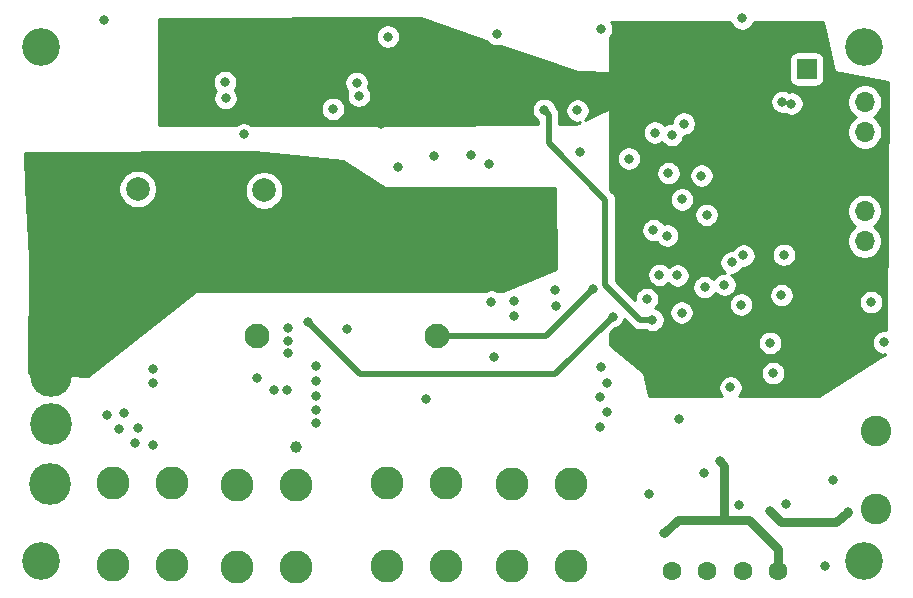
<source format=gbr>
G04 #@! TF.GenerationSoftware,KiCad,Pcbnew,5.1.5+dfsg1-2build2*
G04 #@! TF.CreationDate,2024-07-20T11:36:23-04:00*
G04 #@! TF.ProjectId,pypilot_controller,70797069-6c6f-4745-9f63-6f6e74726f6c,rev?*
G04 #@! TF.SameCoordinates,Original*
G04 #@! TF.FileFunction,Copper,L2,Inr*
G04 #@! TF.FilePolarity,Positive*
%FSLAX46Y46*%
G04 Gerber Fmt 4.6, Leading zero omitted, Abs format (unit mm)*
G04 Created by KiCad (PCBNEW 5.1.5+dfsg1-2build2) date 2024-07-20 11:36:23*
%MOMM*%
%LPD*%
G04 APERTURE LIST*
%ADD10C,3.540000*%
%ADD11O,1.700000X1.700000*%
%ADD12R,1.700000X1.700000*%
%ADD13C,1.600000*%
%ADD14C,2.100000*%
%ADD15C,0.100000*%
%ADD16C,2.000000*%
%ADD17C,2.800000*%
%ADD18C,3.200000*%
%ADD19C,2.600000*%
%ADD20C,0.800000*%
%ADD21C,1.000000*%
%ADD22C,0.500000*%
%ADD23C,0.800000*%
%ADD24C,0.254000*%
G04 APERTURE END LIST*
D10*
X6150000Y-36470000D03*
X6050000Y-41550000D03*
X6150000Y-32410000D03*
X6150000Y-27330000D03*
D11*
X75057000Y-18491200D03*
X75057000Y-21031200D03*
D12*
X75057000Y-23571200D03*
X75082400Y-14325600D03*
D11*
X75082400Y-11785600D03*
X75082400Y-9245600D03*
D12*
X70169800Y-6448800D03*
D11*
X70169800Y-3908800D03*
D13*
X67741800Y-48920400D03*
X64741800Y-48920400D03*
X61741800Y-48920400D03*
X58741800Y-48920400D03*
D14*
X23616600Y-29032200D03*
X38836600Y-29032200D03*
G04 #@! TA.AperFunction,ViaPad*
D15*
G36*
X9982200Y-21556414D02*
G01*
X8567986Y-20142200D01*
X9982200Y-18727986D01*
X11396414Y-20142200D01*
X9982200Y-21556414D01*
G37*
G04 #@! TD.AperFunction*
D16*
X13517734Y-16606666D03*
X24211134Y-16733666D03*
G04 #@! TA.AperFunction,ViaPad*
D15*
G36*
X20675600Y-21683414D02*
G01*
X19261386Y-20269200D01*
X20675600Y-18854986D01*
X22089814Y-20269200D01*
X20675600Y-21683414D01*
G37*
G04 #@! TD.AperFunction*
D17*
X11444600Y-41483400D03*
X16444600Y-41483400D03*
X11444600Y-48483400D03*
X16444600Y-48483400D03*
X21920200Y-41630600D03*
X26920200Y-41630600D03*
X21920200Y-48630600D03*
X26920200Y-48630600D03*
X50237400Y-48564800D03*
X45237400Y-48564800D03*
X50237400Y-41564800D03*
X45237400Y-41564800D03*
X34649400Y-41529000D03*
X39649400Y-41529000D03*
X34649400Y-48529000D03*
X39649400Y-48529000D03*
D18*
X75000000Y-48100000D03*
X75000000Y-4600000D03*
X5300000Y-48100000D03*
X5300000Y-4600000D03*
D19*
X76047600Y-37084000D03*
X76047600Y-43738800D03*
D20*
X62397400Y-17632000D03*
X26150000Y-33650000D03*
X23650000Y-32650000D03*
X26250000Y-29450000D03*
X26250000Y-28350000D03*
X26250000Y-30500000D03*
X25050000Y-33650000D03*
X65532000Y-27762200D03*
X71882000Y-19456400D03*
X72034400Y-15544800D03*
X54991000Y-4318000D03*
X55041800Y-8890000D03*
X62712341Y-19879014D03*
X16179800Y-3860800D03*
X21031200Y-10565536D03*
X34137600Y-11074400D03*
X29387800Y-3632200D03*
X45212000Y-9956800D03*
X16052800Y-5486400D03*
X60045600Y-18872200D03*
X62047400Y-11455400D03*
X40150000Y-17850000D03*
D21*
X26900000Y-38450000D03*
D20*
X48550000Y-20100000D03*
X48550000Y-18800000D03*
X48550000Y-17550000D03*
X27950000Y-24650000D03*
X37700000Y-17900000D03*
X48550000Y-21500000D03*
X26950000Y-24650000D03*
X25850000Y-24650000D03*
X29133800Y-15748000D03*
X30350000Y-16650000D03*
X30350000Y-14850000D03*
X48500000Y-22900000D03*
X16850000Y-24700000D03*
X16000000Y-26200000D03*
X38950000Y-17850000D03*
X34692388Y-3712412D03*
X61247400Y-15482000D03*
X57297400Y-11832000D03*
X68021200Y-25603200D03*
X55097400Y-14032000D03*
X43916600Y-3505200D03*
X67056000Y-29641800D03*
X67310000Y-32207200D03*
X59563000Y-27076400D03*
X76682600Y-29591000D03*
X58454899Y-15274501D03*
X52047400Y-25107000D03*
X58343800Y-20548600D03*
X59207400Y-23932000D03*
X68224400Y-22174200D03*
X63703200Y-33401000D03*
X61518800Y-24917400D03*
X50750000Y-9950000D03*
X37950000Y-34425000D03*
X35585400Y-14757400D03*
X22504400Y-11988800D03*
X31242000Y-28498800D03*
X43450000Y-26150000D03*
X38582600Y-13817600D03*
X47931200Y-9915000D03*
X57099200Y-27686000D03*
X63195200Y-24714200D03*
X59747400Y-11082000D03*
X20904200Y-7569200D03*
X63797400Y-22832000D03*
X20955000Y-8915400D03*
X28650000Y-36450000D03*
X28600000Y-31600000D03*
X28600000Y-32850000D03*
X28600000Y-34100000D03*
X28600000Y-35300000D03*
X30048200Y-9829800D03*
X48900000Y-26500000D03*
X52650000Y-36750000D03*
X53250000Y-35450000D03*
X52650000Y-34250000D03*
X53250000Y-33075000D03*
X52750000Y-31650000D03*
X48850000Y-25150000D03*
X45350000Y-26050000D03*
X45350000Y-27350000D03*
X43256200Y-14528800D03*
X64797400Y-22232000D03*
X32232600Y-8712200D03*
X58731088Y-12031160D03*
X32054800Y-7620000D03*
X50977800Y-13436600D03*
X57175400Y-20091400D03*
X57683400Y-23876000D03*
X53722400Y-27407000D03*
X27914600Y-27863800D03*
X43700000Y-30845000D03*
X41706800Y-13766800D03*
X10642600Y-2260600D03*
X64693800Y-2159000D03*
X61686508Y-18792892D03*
X64617600Y-26390600D03*
X56616600Y-25933400D03*
X68097400Y-9220200D03*
X59596300Y-17483100D03*
X68859400Y-9372600D03*
X75615800Y-26187400D03*
X52730400Y-3073400D03*
X13550000Y-36850000D03*
X12350000Y-35550000D03*
X14850000Y-31825000D03*
X11950000Y-36950000D03*
X10950000Y-35750000D03*
X14850000Y-33050000D03*
X13250000Y-38150000D03*
X14850000Y-38250000D03*
X73660000Y-43916600D03*
X67081400Y-43842700D03*
X61493400Y-40640000D03*
X59309000Y-36118800D03*
X63169800Y-44602400D03*
X62814200Y-39674800D03*
X58115200Y-45770800D03*
X68402200Y-43281600D03*
X72372400Y-41282800D03*
X64465200Y-43357800D03*
X56792100Y-42420300D03*
X71704200Y-48539400D03*
D22*
X48096800Y-29057600D02*
X38130800Y-29057600D01*
X52047400Y-25107000D02*
X48096800Y-29057600D01*
X48331199Y-10314999D02*
X48331199Y-12731199D01*
X47931200Y-9915000D02*
X48331199Y-10314999D01*
X48331199Y-12731199D02*
X53100000Y-17500000D01*
X53100000Y-17500000D02*
X53100000Y-24750000D01*
X56036000Y-27686000D02*
X57099200Y-27686000D01*
X53100000Y-24750000D02*
X56036000Y-27686000D01*
X27914600Y-27863800D02*
X32308800Y-32258000D01*
X48871400Y-32258000D02*
X53722400Y-27407000D01*
X32308800Y-32258000D02*
X48871400Y-32258000D01*
D23*
X68021200Y-44782500D02*
X67081400Y-43842700D01*
X72669400Y-44780200D02*
X68021200Y-44782500D01*
X73660000Y-43916600D02*
X72669400Y-44780200D01*
X63169800Y-40030400D02*
X62814200Y-39674800D01*
X63169800Y-44602400D02*
X63169800Y-40030400D01*
X59283600Y-44602400D02*
X58115200Y-45770800D01*
X63169800Y-44602400D02*
X59283600Y-44602400D01*
X63169800Y-44602400D02*
X65278000Y-44602400D01*
X67741800Y-47066200D02*
X67741800Y-48920400D01*
X65278000Y-44602400D02*
X67741800Y-47066200D01*
D24*
G36*
X30869235Y-14271005D02*
G01*
X34451154Y-16516011D01*
X34473444Y-16527101D01*
X34497469Y-16533630D01*
X34518824Y-16535400D01*
X48820662Y-16510221D01*
X48921742Y-23365569D01*
X44424804Y-25223000D01*
X43916609Y-25223000D01*
X43751898Y-25154774D01*
X43551939Y-25115000D01*
X43348061Y-25115000D01*
X43148102Y-25154774D01*
X42983391Y-25223000D01*
X18550000Y-25223000D01*
X18525224Y-25225440D01*
X18501399Y-25232667D01*
X18471692Y-25250015D01*
X9283635Y-32446082D01*
X4278235Y-32228456D01*
X4376994Y-22451283D01*
X4376850Y-22443825D01*
X4084864Y-16445633D01*
X11882734Y-16445633D01*
X11882734Y-16767699D01*
X11945566Y-17083578D01*
X12068816Y-17381129D01*
X12247747Y-17648918D01*
X12475482Y-17876653D01*
X12743271Y-18055584D01*
X13040822Y-18178834D01*
X13356701Y-18241666D01*
X13678767Y-18241666D01*
X13994646Y-18178834D01*
X14292197Y-18055584D01*
X14559986Y-17876653D01*
X14787721Y-17648918D01*
X14966652Y-17381129D01*
X15089902Y-17083578D01*
X15152734Y-16767699D01*
X15152734Y-16572633D01*
X22576134Y-16572633D01*
X22576134Y-16894699D01*
X22638966Y-17210578D01*
X22762216Y-17508129D01*
X22941147Y-17775918D01*
X23168882Y-18003653D01*
X23436671Y-18182584D01*
X23734222Y-18305834D01*
X24050101Y-18368666D01*
X24372167Y-18368666D01*
X24688046Y-18305834D01*
X24985597Y-18182584D01*
X25253386Y-18003653D01*
X25481121Y-17775918D01*
X25660052Y-17508129D01*
X25783302Y-17210578D01*
X25846134Y-16894699D01*
X25846134Y-16572633D01*
X25783302Y-16256754D01*
X25660052Y-15959203D01*
X25481121Y-15691414D01*
X25253386Y-15463679D01*
X24985597Y-15284748D01*
X24688046Y-15161498D01*
X24372167Y-15098666D01*
X24050101Y-15098666D01*
X23734222Y-15161498D01*
X23436671Y-15284748D01*
X23168882Y-15463679D01*
X22941147Y-15691414D01*
X22762216Y-15959203D01*
X22638966Y-16256754D01*
X22576134Y-16572633D01*
X15152734Y-16572633D01*
X15152734Y-16445633D01*
X15089902Y-16129754D01*
X14966652Y-15832203D01*
X14787721Y-15564414D01*
X14559986Y-15336679D01*
X14292197Y-15157748D01*
X13994646Y-15034498D01*
X13678767Y-14971666D01*
X13356701Y-14971666D01*
X13040822Y-15034498D01*
X12743271Y-15157748D01*
X12475482Y-15336679D01*
X12247747Y-15564414D01*
X12068816Y-15832203D01*
X11945566Y-16129754D01*
X11882734Y-16445633D01*
X4084864Y-16445633D01*
X3943316Y-13537856D01*
X23463069Y-13487418D01*
X30869235Y-14271005D01*
G37*
X30869235Y-14271005D02*
X34451154Y-16516011D01*
X34473444Y-16527101D01*
X34497469Y-16533630D01*
X34518824Y-16535400D01*
X48820662Y-16510221D01*
X48921742Y-23365569D01*
X44424804Y-25223000D01*
X43916609Y-25223000D01*
X43751898Y-25154774D01*
X43551939Y-25115000D01*
X43348061Y-25115000D01*
X43148102Y-25154774D01*
X42983391Y-25223000D01*
X18550000Y-25223000D01*
X18525224Y-25225440D01*
X18501399Y-25232667D01*
X18471692Y-25250015D01*
X9283635Y-32446082D01*
X4278235Y-32228456D01*
X4376994Y-22451283D01*
X4376850Y-22443825D01*
X4084864Y-16445633D01*
X11882734Y-16445633D01*
X11882734Y-16767699D01*
X11945566Y-17083578D01*
X12068816Y-17381129D01*
X12247747Y-17648918D01*
X12475482Y-17876653D01*
X12743271Y-18055584D01*
X13040822Y-18178834D01*
X13356701Y-18241666D01*
X13678767Y-18241666D01*
X13994646Y-18178834D01*
X14292197Y-18055584D01*
X14559986Y-17876653D01*
X14787721Y-17648918D01*
X14966652Y-17381129D01*
X15089902Y-17083578D01*
X15152734Y-16767699D01*
X15152734Y-16572633D01*
X22576134Y-16572633D01*
X22576134Y-16894699D01*
X22638966Y-17210578D01*
X22762216Y-17508129D01*
X22941147Y-17775918D01*
X23168882Y-18003653D01*
X23436671Y-18182584D01*
X23734222Y-18305834D01*
X24050101Y-18368666D01*
X24372167Y-18368666D01*
X24688046Y-18305834D01*
X24985597Y-18182584D01*
X25253386Y-18003653D01*
X25481121Y-17775918D01*
X25660052Y-17508129D01*
X25783302Y-17210578D01*
X25846134Y-16894699D01*
X25846134Y-16572633D01*
X25783302Y-16256754D01*
X25660052Y-15959203D01*
X25481121Y-15691414D01*
X25253386Y-15463679D01*
X24985597Y-15284748D01*
X24688046Y-15161498D01*
X24372167Y-15098666D01*
X24050101Y-15098666D01*
X23734222Y-15161498D01*
X23436671Y-15284748D01*
X23168882Y-15463679D01*
X22941147Y-15691414D01*
X22762216Y-15959203D01*
X22638966Y-16256754D01*
X22576134Y-16572633D01*
X15152734Y-16572633D01*
X15152734Y-16445633D01*
X15089902Y-16129754D01*
X14966652Y-15832203D01*
X14787721Y-15564414D01*
X14559986Y-15336679D01*
X14292197Y-15157748D01*
X13994646Y-15034498D01*
X13678767Y-14971666D01*
X13356701Y-14971666D01*
X13040822Y-15034498D01*
X12743271Y-15157748D01*
X12475482Y-15336679D01*
X12247747Y-15564414D01*
X12068816Y-15832203D01*
X11945566Y-16129754D01*
X11882734Y-16445633D01*
X4084864Y-16445633D01*
X3943316Y-13537856D01*
X23463069Y-13487418D01*
X30869235Y-14271005D01*
G36*
X63776595Y-2649256D02*
G01*
X63889863Y-2818774D01*
X64034026Y-2962937D01*
X64203544Y-3076205D01*
X64391902Y-3154226D01*
X64591861Y-3194000D01*
X64795739Y-3194000D01*
X64995698Y-3154226D01*
X65184056Y-3076205D01*
X65353574Y-2962937D01*
X65497737Y-2818774D01*
X65611005Y-2649256D01*
X65682356Y-2477000D01*
X71499414Y-2477000D01*
X72476376Y-6629088D01*
X72484426Y-6652647D01*
X72496918Y-6674183D01*
X72513371Y-6692868D01*
X72533153Y-6707984D01*
X72555504Y-6718950D01*
X72576678Y-6724840D01*
X77022317Y-7555344D01*
X76886406Y-28576262D01*
X76784539Y-28556000D01*
X76580661Y-28556000D01*
X76380702Y-28595774D01*
X76192344Y-28673795D01*
X76022826Y-28787063D01*
X75878663Y-28931226D01*
X75765395Y-29100744D01*
X75687374Y-29289102D01*
X75647600Y-29489061D01*
X75647600Y-29692939D01*
X75687374Y-29892898D01*
X75765395Y-30081256D01*
X75878663Y-30250774D01*
X76022826Y-30394937D01*
X76192344Y-30508205D01*
X76380702Y-30586226D01*
X76580661Y-30626000D01*
X76784539Y-30626000D01*
X76806696Y-30621593D01*
X71163404Y-34172975D01*
X64399607Y-34168304D01*
X64507137Y-34060774D01*
X64620405Y-33891256D01*
X64698426Y-33702898D01*
X64738200Y-33502939D01*
X64738200Y-33299061D01*
X64698426Y-33099102D01*
X64620405Y-32910744D01*
X64507137Y-32741226D01*
X64362974Y-32597063D01*
X64193456Y-32483795D01*
X64005098Y-32405774D01*
X63805139Y-32366000D01*
X63601261Y-32366000D01*
X63401302Y-32405774D01*
X63212944Y-32483795D01*
X63043426Y-32597063D01*
X62899263Y-32741226D01*
X62785995Y-32910744D01*
X62707974Y-33099102D01*
X62668200Y-33299061D01*
X62668200Y-33502939D01*
X62707974Y-33702898D01*
X62785995Y-33891256D01*
X62899263Y-34060774D01*
X63005831Y-34167342D01*
X56820625Y-34163071D01*
X56385115Y-32154884D01*
X56377479Y-32131187D01*
X56365367Y-32109436D01*
X56361478Y-32105261D01*
X66275000Y-32105261D01*
X66275000Y-32309139D01*
X66314774Y-32509098D01*
X66392795Y-32697456D01*
X66506063Y-32866974D01*
X66650226Y-33011137D01*
X66819744Y-33124405D01*
X67008102Y-33202426D01*
X67208061Y-33242200D01*
X67411939Y-33242200D01*
X67611898Y-33202426D01*
X67800256Y-33124405D01*
X67969774Y-33011137D01*
X68113937Y-32866974D01*
X68227205Y-32697456D01*
X68305226Y-32509098D01*
X68345000Y-32309139D01*
X68345000Y-32105261D01*
X68305226Y-31905302D01*
X68227205Y-31716944D01*
X68113937Y-31547426D01*
X67969774Y-31403263D01*
X67800256Y-31289995D01*
X67611898Y-31211974D01*
X67411939Y-31172200D01*
X67208061Y-31172200D01*
X67008102Y-31211974D01*
X66819744Y-31289995D01*
X66650226Y-31403263D01*
X66506063Y-31547426D01*
X66392795Y-31716944D01*
X66314774Y-31905302D01*
X66275000Y-32105261D01*
X56361478Y-32105261D01*
X56340552Y-32082802D01*
X53543164Y-29834901D01*
X53542991Y-29539861D01*
X66021000Y-29539861D01*
X66021000Y-29743739D01*
X66060774Y-29943698D01*
X66138795Y-30132056D01*
X66252063Y-30301574D01*
X66396226Y-30445737D01*
X66565744Y-30559005D01*
X66754102Y-30637026D01*
X66954061Y-30676800D01*
X67157939Y-30676800D01*
X67357898Y-30637026D01*
X67546256Y-30559005D01*
X67715774Y-30445737D01*
X67859937Y-30301574D01*
X67973205Y-30132056D01*
X68051226Y-29943698D01*
X68091000Y-29743739D01*
X68091000Y-29539861D01*
X68051226Y-29339902D01*
X67973205Y-29151544D01*
X67859937Y-28982026D01*
X67715774Y-28837863D01*
X67546256Y-28724595D01*
X67357898Y-28646574D01*
X67157939Y-28606800D01*
X66954061Y-28606800D01*
X66754102Y-28646574D01*
X66565744Y-28724595D01*
X66396226Y-28837863D01*
X66252063Y-28982026D01*
X66138795Y-29151544D01*
X66060774Y-29339902D01*
X66021000Y-29539861D01*
X53542991Y-29539861D01*
X53542578Y-28838401D01*
X53967444Y-28413535D01*
X54024298Y-28402226D01*
X54212656Y-28324205D01*
X54382174Y-28210937D01*
X54526337Y-28066774D01*
X54639605Y-27897256D01*
X54717626Y-27708898D01*
X54732507Y-27634086D01*
X55379470Y-28281049D01*
X55407183Y-28314817D01*
X55440951Y-28342530D01*
X55440953Y-28342532D01*
X55512452Y-28401210D01*
X55541941Y-28425411D01*
X55695687Y-28507589D01*
X55862510Y-28558195D01*
X55992523Y-28571000D01*
X55992533Y-28571000D01*
X56035999Y-28575281D01*
X56079466Y-28571000D01*
X56560746Y-28571000D01*
X56608944Y-28603205D01*
X56797302Y-28681226D01*
X56997261Y-28721000D01*
X57201139Y-28721000D01*
X57401098Y-28681226D01*
X57589456Y-28603205D01*
X57758974Y-28489937D01*
X57903137Y-28345774D01*
X58016405Y-28176256D01*
X58094426Y-27987898D01*
X58134200Y-27787939D01*
X58134200Y-27584061D01*
X58094426Y-27384102D01*
X58016405Y-27195744D01*
X57903137Y-27026226D01*
X57851372Y-26974461D01*
X58528000Y-26974461D01*
X58528000Y-27178339D01*
X58567774Y-27378298D01*
X58645795Y-27566656D01*
X58759063Y-27736174D01*
X58903226Y-27880337D01*
X59072744Y-27993605D01*
X59261102Y-28071626D01*
X59461061Y-28111400D01*
X59664939Y-28111400D01*
X59864898Y-28071626D01*
X60053256Y-27993605D01*
X60222774Y-27880337D01*
X60366937Y-27736174D01*
X60480205Y-27566656D01*
X60558226Y-27378298D01*
X60598000Y-27178339D01*
X60598000Y-26974461D01*
X60558226Y-26774502D01*
X60480205Y-26586144D01*
X60366937Y-26416626D01*
X60238972Y-26288661D01*
X63582600Y-26288661D01*
X63582600Y-26492539D01*
X63622374Y-26692498D01*
X63700395Y-26880856D01*
X63813663Y-27050374D01*
X63957826Y-27194537D01*
X64127344Y-27307805D01*
X64315702Y-27385826D01*
X64515661Y-27425600D01*
X64719539Y-27425600D01*
X64919498Y-27385826D01*
X65107856Y-27307805D01*
X65277374Y-27194537D01*
X65421537Y-27050374D01*
X65534805Y-26880856D01*
X65612826Y-26692498D01*
X65652600Y-26492539D01*
X65652600Y-26288661D01*
X65612826Y-26088702D01*
X65534805Y-25900344D01*
X65421537Y-25730826D01*
X65277374Y-25586663D01*
X65149561Y-25501261D01*
X66986200Y-25501261D01*
X66986200Y-25705139D01*
X67025974Y-25905098D01*
X67103995Y-26093456D01*
X67217263Y-26262974D01*
X67361426Y-26407137D01*
X67530944Y-26520405D01*
X67719302Y-26598426D01*
X67919261Y-26638200D01*
X68123139Y-26638200D01*
X68323098Y-26598426D01*
X68511456Y-26520405D01*
X68680974Y-26407137D01*
X68825137Y-26262974D01*
X68938405Y-26093456D01*
X68941716Y-26085461D01*
X74580800Y-26085461D01*
X74580800Y-26289339D01*
X74620574Y-26489298D01*
X74698595Y-26677656D01*
X74811863Y-26847174D01*
X74956026Y-26991337D01*
X75125544Y-27104605D01*
X75313902Y-27182626D01*
X75513861Y-27222400D01*
X75717739Y-27222400D01*
X75917698Y-27182626D01*
X76106056Y-27104605D01*
X76275574Y-26991337D01*
X76419737Y-26847174D01*
X76533005Y-26677656D01*
X76611026Y-26489298D01*
X76650800Y-26289339D01*
X76650800Y-26085461D01*
X76611026Y-25885502D01*
X76533005Y-25697144D01*
X76419737Y-25527626D01*
X76275574Y-25383463D01*
X76106056Y-25270195D01*
X75917698Y-25192174D01*
X75717739Y-25152400D01*
X75513861Y-25152400D01*
X75313902Y-25192174D01*
X75125544Y-25270195D01*
X74956026Y-25383463D01*
X74811863Y-25527626D01*
X74698595Y-25697144D01*
X74620574Y-25885502D01*
X74580800Y-26085461D01*
X68941716Y-26085461D01*
X69016426Y-25905098D01*
X69056200Y-25705139D01*
X69056200Y-25501261D01*
X69016426Y-25301302D01*
X68938405Y-25112944D01*
X68825137Y-24943426D01*
X68680974Y-24799263D01*
X68511456Y-24685995D01*
X68323098Y-24607974D01*
X68123139Y-24568200D01*
X67919261Y-24568200D01*
X67719302Y-24607974D01*
X67530944Y-24685995D01*
X67361426Y-24799263D01*
X67217263Y-24943426D01*
X67103995Y-25112944D01*
X67025974Y-25301302D01*
X66986200Y-25501261D01*
X65149561Y-25501261D01*
X65107856Y-25473395D01*
X64919498Y-25395374D01*
X64719539Y-25355600D01*
X64515661Y-25355600D01*
X64315702Y-25395374D01*
X64127344Y-25473395D01*
X63957826Y-25586663D01*
X63813663Y-25730826D01*
X63700395Y-25900344D01*
X63622374Y-26088702D01*
X63582600Y-26288661D01*
X60238972Y-26288661D01*
X60222774Y-26272463D01*
X60053256Y-26159195D01*
X59864898Y-26081174D01*
X59664939Y-26041400D01*
X59461061Y-26041400D01*
X59261102Y-26081174D01*
X59072744Y-26159195D01*
X58903226Y-26272463D01*
X58759063Y-26416626D01*
X58645795Y-26586144D01*
X58567774Y-26774502D01*
X58528000Y-26974461D01*
X57851372Y-26974461D01*
X57758974Y-26882063D01*
X57589456Y-26768795D01*
X57401098Y-26690774D01*
X57335905Y-26677806D01*
X57420537Y-26593174D01*
X57533805Y-26423656D01*
X57611826Y-26235298D01*
X57651600Y-26035339D01*
X57651600Y-25831461D01*
X57611826Y-25631502D01*
X57533805Y-25443144D01*
X57420537Y-25273626D01*
X57276374Y-25129463D01*
X57106856Y-25016195D01*
X56918498Y-24938174D01*
X56718539Y-24898400D01*
X56514661Y-24898400D01*
X56314702Y-24938174D01*
X56126344Y-25016195D01*
X55956826Y-25129463D01*
X55812663Y-25273626D01*
X55699395Y-25443144D01*
X55621374Y-25631502D01*
X55581600Y-25831461D01*
X55581600Y-25980021D01*
X53985000Y-24383422D01*
X53985000Y-23774061D01*
X56648400Y-23774061D01*
X56648400Y-23977939D01*
X56688174Y-24177898D01*
X56766195Y-24366256D01*
X56879463Y-24535774D01*
X57023626Y-24679937D01*
X57193144Y-24793205D01*
X57381502Y-24871226D01*
X57581461Y-24911000D01*
X57785339Y-24911000D01*
X57985298Y-24871226D01*
X58173656Y-24793205D01*
X58343174Y-24679937D01*
X58417400Y-24605711D01*
X58547626Y-24735937D01*
X58717144Y-24849205D01*
X58905502Y-24927226D01*
X59105461Y-24967000D01*
X59309339Y-24967000D01*
X59509298Y-24927226D01*
X59697656Y-24849205D01*
X59748157Y-24815461D01*
X60483800Y-24815461D01*
X60483800Y-25019339D01*
X60523574Y-25219298D01*
X60601595Y-25407656D01*
X60714863Y-25577174D01*
X60859026Y-25721337D01*
X61028544Y-25834605D01*
X61216902Y-25912626D01*
X61416861Y-25952400D01*
X61620739Y-25952400D01*
X61820698Y-25912626D01*
X62009056Y-25834605D01*
X62178574Y-25721337D01*
X62322737Y-25577174D01*
X62431575Y-25414286D01*
X62535426Y-25518137D01*
X62704944Y-25631405D01*
X62893302Y-25709426D01*
X63093261Y-25749200D01*
X63297139Y-25749200D01*
X63497098Y-25709426D01*
X63685456Y-25631405D01*
X63854974Y-25518137D01*
X63999137Y-25373974D01*
X64112405Y-25204456D01*
X64190426Y-25016098D01*
X64230200Y-24816139D01*
X64230200Y-24612261D01*
X64190426Y-24412302D01*
X64112405Y-24223944D01*
X63999137Y-24054426D01*
X63854974Y-23910263D01*
X63790226Y-23867000D01*
X63899339Y-23867000D01*
X64099298Y-23827226D01*
X64287656Y-23749205D01*
X64457174Y-23635937D01*
X64601337Y-23491774D01*
X64714605Y-23322256D01*
X64737493Y-23267000D01*
X64899339Y-23267000D01*
X65099298Y-23227226D01*
X65287656Y-23149205D01*
X65457174Y-23035937D01*
X65601337Y-22891774D01*
X65714605Y-22722256D01*
X65792626Y-22533898D01*
X65832400Y-22333939D01*
X65832400Y-22130061D01*
X65820903Y-22072261D01*
X67189400Y-22072261D01*
X67189400Y-22276139D01*
X67229174Y-22476098D01*
X67307195Y-22664456D01*
X67420463Y-22833974D01*
X67564626Y-22978137D01*
X67734144Y-23091405D01*
X67922502Y-23169426D01*
X68122461Y-23209200D01*
X68326339Y-23209200D01*
X68526298Y-23169426D01*
X68714656Y-23091405D01*
X68884174Y-22978137D01*
X69028337Y-22833974D01*
X69141605Y-22664456D01*
X69219626Y-22476098D01*
X69259400Y-22276139D01*
X69259400Y-22072261D01*
X69219626Y-21872302D01*
X69141605Y-21683944D01*
X69028337Y-21514426D01*
X68884174Y-21370263D01*
X68714656Y-21256995D01*
X68526298Y-21178974D01*
X68326339Y-21139200D01*
X68122461Y-21139200D01*
X67922502Y-21178974D01*
X67734144Y-21256995D01*
X67564626Y-21370263D01*
X67420463Y-21514426D01*
X67307195Y-21683944D01*
X67229174Y-21872302D01*
X67189400Y-22072261D01*
X65820903Y-22072261D01*
X65792626Y-21930102D01*
X65714605Y-21741744D01*
X65601337Y-21572226D01*
X65457174Y-21428063D01*
X65287656Y-21314795D01*
X65099298Y-21236774D01*
X64899339Y-21197000D01*
X64695461Y-21197000D01*
X64495502Y-21236774D01*
X64307144Y-21314795D01*
X64137626Y-21428063D01*
X63993463Y-21572226D01*
X63880195Y-21741744D01*
X63857307Y-21797000D01*
X63695461Y-21797000D01*
X63495502Y-21836774D01*
X63307144Y-21914795D01*
X63137626Y-22028063D01*
X62993463Y-22172226D01*
X62880195Y-22341744D01*
X62802174Y-22530102D01*
X62762400Y-22730061D01*
X62762400Y-22933939D01*
X62802174Y-23133898D01*
X62880195Y-23322256D01*
X62993463Y-23491774D01*
X63137626Y-23635937D01*
X63202374Y-23679200D01*
X63093261Y-23679200D01*
X62893302Y-23718974D01*
X62704944Y-23796995D01*
X62535426Y-23910263D01*
X62391263Y-24054426D01*
X62282425Y-24217314D01*
X62178574Y-24113463D01*
X62009056Y-24000195D01*
X61820698Y-23922174D01*
X61620739Y-23882400D01*
X61416861Y-23882400D01*
X61216902Y-23922174D01*
X61028544Y-24000195D01*
X60859026Y-24113463D01*
X60714863Y-24257626D01*
X60601595Y-24427144D01*
X60523574Y-24615502D01*
X60483800Y-24815461D01*
X59748157Y-24815461D01*
X59867174Y-24735937D01*
X60011337Y-24591774D01*
X60124605Y-24422256D01*
X60202626Y-24233898D01*
X60242400Y-24033939D01*
X60242400Y-23830061D01*
X60202626Y-23630102D01*
X60124605Y-23441744D01*
X60011337Y-23272226D01*
X59867174Y-23128063D01*
X59697656Y-23014795D01*
X59509298Y-22936774D01*
X59309339Y-22897000D01*
X59105461Y-22897000D01*
X58905502Y-22936774D01*
X58717144Y-23014795D01*
X58547626Y-23128063D01*
X58473400Y-23202289D01*
X58343174Y-23072063D01*
X58173656Y-22958795D01*
X57985298Y-22880774D01*
X57785339Y-22841000D01*
X57581461Y-22841000D01*
X57381502Y-22880774D01*
X57193144Y-22958795D01*
X57023626Y-23072063D01*
X56879463Y-23216226D01*
X56766195Y-23385744D01*
X56688174Y-23574102D01*
X56648400Y-23774061D01*
X53985000Y-23774061D01*
X53985000Y-19989461D01*
X56140400Y-19989461D01*
X56140400Y-20193339D01*
X56180174Y-20393298D01*
X56258195Y-20581656D01*
X56371463Y-20751174D01*
X56515626Y-20895337D01*
X56685144Y-21008605D01*
X56873502Y-21086626D01*
X57073461Y-21126400D01*
X57277339Y-21126400D01*
X57460717Y-21089924D01*
X57539863Y-21208374D01*
X57684026Y-21352537D01*
X57853544Y-21465805D01*
X58041902Y-21543826D01*
X58241861Y-21583600D01*
X58445739Y-21583600D01*
X58645698Y-21543826D01*
X58834056Y-21465805D01*
X59003574Y-21352537D01*
X59147737Y-21208374D01*
X59261005Y-21038856D01*
X59339026Y-20850498D01*
X59378800Y-20650539D01*
X59378800Y-20446661D01*
X59339026Y-20246702D01*
X59261005Y-20058344D01*
X59147737Y-19888826D01*
X59003574Y-19744663D01*
X58834056Y-19631395D01*
X58645698Y-19553374D01*
X58445739Y-19513600D01*
X58241861Y-19513600D01*
X58058483Y-19550076D01*
X57979337Y-19431626D01*
X57835174Y-19287463D01*
X57665656Y-19174195D01*
X57477298Y-19096174D01*
X57277339Y-19056400D01*
X57073461Y-19056400D01*
X56873502Y-19096174D01*
X56685144Y-19174195D01*
X56515626Y-19287463D01*
X56371463Y-19431626D01*
X56258195Y-19601144D01*
X56180174Y-19789502D01*
X56140400Y-19989461D01*
X53985000Y-19989461D01*
X53985000Y-18690953D01*
X60651508Y-18690953D01*
X60651508Y-18894831D01*
X60691282Y-19094790D01*
X60769303Y-19283148D01*
X60882571Y-19452666D01*
X61026734Y-19596829D01*
X61196252Y-19710097D01*
X61384610Y-19788118D01*
X61584569Y-19827892D01*
X61788447Y-19827892D01*
X61988406Y-19788118D01*
X62176764Y-19710097D01*
X62346282Y-19596829D01*
X62490445Y-19452666D01*
X62603713Y-19283148D01*
X62681734Y-19094790D01*
X62721508Y-18894831D01*
X62721508Y-18690953D01*
X62681734Y-18490994D01*
X62621237Y-18344940D01*
X73572000Y-18344940D01*
X73572000Y-18637460D01*
X73629068Y-18924358D01*
X73741010Y-19194611D01*
X73903525Y-19437832D01*
X74110368Y-19644675D01*
X74284760Y-19761200D01*
X74110368Y-19877725D01*
X73903525Y-20084568D01*
X73741010Y-20327789D01*
X73629068Y-20598042D01*
X73572000Y-20884940D01*
X73572000Y-21177460D01*
X73629068Y-21464358D01*
X73741010Y-21734611D01*
X73903525Y-21977832D01*
X74110368Y-22184675D01*
X74353589Y-22347190D01*
X74623842Y-22459132D01*
X74910740Y-22516200D01*
X75203260Y-22516200D01*
X75490158Y-22459132D01*
X75760411Y-22347190D01*
X76003632Y-22184675D01*
X76210475Y-21977832D01*
X76372990Y-21734611D01*
X76484932Y-21464358D01*
X76542000Y-21177460D01*
X76542000Y-20884940D01*
X76484932Y-20598042D01*
X76372990Y-20327789D01*
X76210475Y-20084568D01*
X76003632Y-19877725D01*
X75829240Y-19761200D01*
X76003632Y-19644675D01*
X76210475Y-19437832D01*
X76372990Y-19194611D01*
X76484932Y-18924358D01*
X76542000Y-18637460D01*
X76542000Y-18344940D01*
X76484932Y-18058042D01*
X76372990Y-17787789D01*
X76210475Y-17544568D01*
X76003632Y-17337725D01*
X75760411Y-17175210D01*
X75490158Y-17063268D01*
X75203260Y-17006200D01*
X74910740Y-17006200D01*
X74623842Y-17063268D01*
X74353589Y-17175210D01*
X74110368Y-17337725D01*
X73903525Y-17544568D01*
X73741010Y-17787789D01*
X73629068Y-18058042D01*
X73572000Y-18344940D01*
X62621237Y-18344940D01*
X62603713Y-18302636D01*
X62490445Y-18133118D01*
X62346282Y-17988955D01*
X62176764Y-17875687D01*
X61988406Y-17797666D01*
X61788447Y-17757892D01*
X61584569Y-17757892D01*
X61384610Y-17797666D01*
X61196252Y-17875687D01*
X61026734Y-17988955D01*
X60882571Y-18133118D01*
X60769303Y-18302636D01*
X60691282Y-18490994D01*
X60651508Y-18690953D01*
X53985000Y-18690953D01*
X53985000Y-17543466D01*
X53989281Y-17499999D01*
X53985000Y-17456533D01*
X53985000Y-17456523D01*
X53977578Y-17381161D01*
X58561300Y-17381161D01*
X58561300Y-17585039D01*
X58601074Y-17784998D01*
X58679095Y-17973356D01*
X58792363Y-18142874D01*
X58936526Y-18287037D01*
X59106044Y-18400305D01*
X59294402Y-18478326D01*
X59494361Y-18518100D01*
X59698239Y-18518100D01*
X59898198Y-18478326D01*
X60086556Y-18400305D01*
X60256074Y-18287037D01*
X60400237Y-18142874D01*
X60513505Y-17973356D01*
X60591526Y-17784998D01*
X60631300Y-17585039D01*
X60631300Y-17381161D01*
X60591526Y-17181202D01*
X60513505Y-16992844D01*
X60400237Y-16823326D01*
X60256074Y-16679163D01*
X60086556Y-16565895D01*
X59898198Y-16487874D01*
X59698239Y-16448100D01*
X59494361Y-16448100D01*
X59294402Y-16487874D01*
X59106044Y-16565895D01*
X58936526Y-16679163D01*
X58792363Y-16823326D01*
X58679095Y-16992844D01*
X58601074Y-17181202D01*
X58561300Y-17381161D01*
X53977578Y-17381161D01*
X53972195Y-17326510D01*
X53921589Y-17159687D01*
X53839411Y-17005941D01*
X53728817Y-16871183D01*
X53695051Y-16843472D01*
X53535430Y-16683851D01*
X53534542Y-15172562D01*
X57419899Y-15172562D01*
X57419899Y-15376440D01*
X57459673Y-15576399D01*
X57537694Y-15764757D01*
X57650962Y-15934275D01*
X57795125Y-16078438D01*
X57964643Y-16191706D01*
X58153001Y-16269727D01*
X58352960Y-16309501D01*
X58556838Y-16309501D01*
X58756797Y-16269727D01*
X58945155Y-16191706D01*
X59114673Y-16078438D01*
X59258836Y-15934275D01*
X59372104Y-15764757D01*
X59450125Y-15576399D01*
X59489178Y-15380061D01*
X60212400Y-15380061D01*
X60212400Y-15583939D01*
X60252174Y-15783898D01*
X60330195Y-15972256D01*
X60443463Y-16141774D01*
X60587626Y-16285937D01*
X60757144Y-16399205D01*
X60945502Y-16477226D01*
X61145461Y-16517000D01*
X61349339Y-16517000D01*
X61549298Y-16477226D01*
X61737656Y-16399205D01*
X61907174Y-16285937D01*
X62051337Y-16141774D01*
X62164605Y-15972256D01*
X62242626Y-15783898D01*
X62282400Y-15583939D01*
X62282400Y-15380061D01*
X62242626Y-15180102D01*
X62164605Y-14991744D01*
X62051337Y-14822226D01*
X61907174Y-14678063D01*
X61737656Y-14564795D01*
X61549298Y-14486774D01*
X61349339Y-14447000D01*
X61145461Y-14447000D01*
X60945502Y-14486774D01*
X60757144Y-14564795D01*
X60587626Y-14678063D01*
X60443463Y-14822226D01*
X60330195Y-14991744D01*
X60252174Y-15180102D01*
X60212400Y-15380061D01*
X59489178Y-15380061D01*
X59489899Y-15376440D01*
X59489899Y-15172562D01*
X59450125Y-14972603D01*
X59372104Y-14784245D01*
X59258836Y-14614727D01*
X59114673Y-14470564D01*
X58945155Y-14357296D01*
X58756797Y-14279275D01*
X58556838Y-14239501D01*
X58352960Y-14239501D01*
X58153001Y-14279275D01*
X57964643Y-14357296D01*
X57795125Y-14470564D01*
X57650962Y-14614727D01*
X57537694Y-14784245D01*
X57459673Y-14972603D01*
X57419899Y-15172562D01*
X53534542Y-15172562D01*
X53533811Y-13930061D01*
X54062400Y-13930061D01*
X54062400Y-14133939D01*
X54102174Y-14333898D01*
X54180195Y-14522256D01*
X54293463Y-14691774D01*
X54437626Y-14835937D01*
X54607144Y-14949205D01*
X54795502Y-15027226D01*
X54995461Y-15067000D01*
X55199339Y-15067000D01*
X55399298Y-15027226D01*
X55587656Y-14949205D01*
X55757174Y-14835937D01*
X55901337Y-14691774D01*
X56014605Y-14522256D01*
X56092626Y-14333898D01*
X56132400Y-14133939D01*
X56132400Y-13930061D01*
X56092626Y-13730102D01*
X56014605Y-13541744D01*
X55901337Y-13372226D01*
X55757174Y-13228063D01*
X55587656Y-13114795D01*
X55399298Y-13036774D01*
X55199339Y-12997000D01*
X54995461Y-12997000D01*
X54795502Y-13036774D01*
X54607144Y-13114795D01*
X54437626Y-13228063D01*
X54293463Y-13372226D01*
X54180195Y-13541744D01*
X54102174Y-13730102D01*
X54062400Y-13930061D01*
X53533811Y-13930061D01*
X53532518Y-11730061D01*
X56262400Y-11730061D01*
X56262400Y-11933939D01*
X56302174Y-12133898D01*
X56380195Y-12322256D01*
X56493463Y-12491774D01*
X56637626Y-12635937D01*
X56807144Y-12749205D01*
X56995502Y-12827226D01*
X57195461Y-12867000D01*
X57399339Y-12867000D01*
X57599298Y-12827226D01*
X57787656Y-12749205D01*
X57911013Y-12666781D01*
X57927151Y-12690934D01*
X58071314Y-12835097D01*
X58240832Y-12948365D01*
X58429190Y-13026386D01*
X58629149Y-13066160D01*
X58833027Y-13066160D01*
X59032986Y-13026386D01*
X59221344Y-12948365D01*
X59390862Y-12835097D01*
X59535025Y-12690934D01*
X59648293Y-12521416D01*
X59726314Y-12333058D01*
X59766088Y-12133099D01*
X59766088Y-12117000D01*
X59849339Y-12117000D01*
X60049298Y-12077226D01*
X60237656Y-11999205D01*
X60407174Y-11885937D01*
X60551337Y-11741774D01*
X60664605Y-11572256D01*
X60742626Y-11383898D01*
X60782400Y-11183939D01*
X60782400Y-10980061D01*
X60742626Y-10780102D01*
X60664605Y-10591744D01*
X60551337Y-10422226D01*
X60407174Y-10278063D01*
X60237656Y-10164795D01*
X60049298Y-10086774D01*
X59849339Y-10047000D01*
X59645461Y-10047000D01*
X59445502Y-10086774D01*
X59257144Y-10164795D01*
X59087626Y-10278063D01*
X58943463Y-10422226D01*
X58830195Y-10591744D01*
X58752174Y-10780102D01*
X58712400Y-10980061D01*
X58712400Y-10996160D01*
X58629149Y-10996160D01*
X58429190Y-11035934D01*
X58240832Y-11113955D01*
X58117475Y-11196379D01*
X58101337Y-11172226D01*
X57957174Y-11028063D01*
X57787656Y-10914795D01*
X57599298Y-10836774D01*
X57399339Y-10797000D01*
X57195461Y-10797000D01*
X56995502Y-10836774D01*
X56807144Y-10914795D01*
X56637626Y-11028063D01*
X56493463Y-11172226D01*
X56380195Y-11341744D01*
X56302174Y-11530102D01*
X56262400Y-11730061D01*
X53532518Y-11730061D01*
X53530982Y-9118261D01*
X67062400Y-9118261D01*
X67062400Y-9322139D01*
X67102174Y-9522098D01*
X67180195Y-9710456D01*
X67293463Y-9879974D01*
X67437626Y-10024137D01*
X67607144Y-10137405D01*
X67795502Y-10215426D01*
X67995461Y-10255200D01*
X68199339Y-10255200D01*
X68290281Y-10237111D01*
X68369144Y-10289805D01*
X68557502Y-10367826D01*
X68757461Y-10407600D01*
X68961339Y-10407600D01*
X69161298Y-10367826D01*
X69349656Y-10289805D01*
X69519174Y-10176537D01*
X69663337Y-10032374D01*
X69776605Y-9862856D01*
X69854626Y-9674498D01*
X69894400Y-9474539D01*
X69894400Y-9270661D01*
X69860323Y-9099340D01*
X73597400Y-9099340D01*
X73597400Y-9391860D01*
X73654468Y-9678758D01*
X73766410Y-9949011D01*
X73928925Y-10192232D01*
X74135768Y-10399075D01*
X74310160Y-10515600D01*
X74135768Y-10632125D01*
X73928925Y-10838968D01*
X73766410Y-11082189D01*
X73654468Y-11352442D01*
X73597400Y-11639340D01*
X73597400Y-11931860D01*
X73654468Y-12218758D01*
X73766410Y-12489011D01*
X73928925Y-12732232D01*
X74135768Y-12939075D01*
X74378989Y-13101590D01*
X74649242Y-13213532D01*
X74936140Y-13270600D01*
X75228660Y-13270600D01*
X75515558Y-13213532D01*
X75785811Y-13101590D01*
X76029032Y-12939075D01*
X76235875Y-12732232D01*
X76398390Y-12489011D01*
X76510332Y-12218758D01*
X76567400Y-11931860D01*
X76567400Y-11639340D01*
X76510332Y-11352442D01*
X76398390Y-11082189D01*
X76235875Y-10838968D01*
X76029032Y-10632125D01*
X75854640Y-10515600D01*
X76029032Y-10399075D01*
X76235875Y-10192232D01*
X76398390Y-9949011D01*
X76510332Y-9678758D01*
X76567400Y-9391860D01*
X76567400Y-9099340D01*
X76510332Y-8812442D01*
X76398390Y-8542189D01*
X76235875Y-8298968D01*
X76029032Y-8092125D01*
X75785811Y-7929610D01*
X75515558Y-7817668D01*
X75228660Y-7760600D01*
X74936140Y-7760600D01*
X74649242Y-7817668D01*
X74378989Y-7929610D01*
X74135768Y-8092125D01*
X73928925Y-8298968D01*
X73766410Y-8542189D01*
X73654468Y-8812442D01*
X73597400Y-9099340D01*
X69860323Y-9099340D01*
X69854626Y-9070702D01*
X69776605Y-8882344D01*
X69663337Y-8712826D01*
X69519174Y-8568663D01*
X69349656Y-8455395D01*
X69161298Y-8377374D01*
X68961339Y-8337600D01*
X68757461Y-8337600D01*
X68666519Y-8355689D01*
X68587656Y-8302995D01*
X68399298Y-8224974D01*
X68199339Y-8185200D01*
X67995461Y-8185200D01*
X67795502Y-8224974D01*
X67607144Y-8302995D01*
X67437626Y-8416263D01*
X67293463Y-8560426D01*
X67180195Y-8729944D01*
X67102174Y-8918302D01*
X67062400Y-9118261D01*
X53530982Y-9118261D01*
X53528912Y-5598800D01*
X68681728Y-5598800D01*
X68681728Y-7298800D01*
X68693988Y-7423282D01*
X68730298Y-7542980D01*
X68789263Y-7653294D01*
X68868615Y-7749985D01*
X68965306Y-7829337D01*
X69075620Y-7888302D01*
X69195318Y-7924612D01*
X69319800Y-7936872D01*
X71019800Y-7936872D01*
X71144282Y-7924612D01*
X71263980Y-7888302D01*
X71374294Y-7829337D01*
X71470985Y-7749985D01*
X71550337Y-7653294D01*
X71609302Y-7542980D01*
X71645612Y-7423282D01*
X71657872Y-7298800D01*
X71657872Y-5598800D01*
X71645612Y-5474318D01*
X71609302Y-5354620D01*
X71550337Y-5244306D01*
X71470985Y-5147615D01*
X71374294Y-5068263D01*
X71263980Y-5009298D01*
X71144282Y-4972988D01*
X71019800Y-4960728D01*
X69319800Y-4960728D01*
X69195318Y-4972988D01*
X69075620Y-5009298D01*
X68965306Y-5068263D01*
X68868615Y-5147615D01*
X68789263Y-5244306D01*
X68730298Y-5354620D01*
X68693988Y-5474318D01*
X68681728Y-5598800D01*
X53528912Y-5598800D01*
X53527818Y-3739693D01*
X53534337Y-3733174D01*
X53647605Y-3563656D01*
X53725626Y-3375298D01*
X53765400Y-3175339D01*
X53765400Y-2971461D01*
X53725626Y-2771502D01*
X53647605Y-2583144D01*
X53576682Y-2477000D01*
X63705244Y-2477000D01*
X63776595Y-2649256D01*
G37*
X63776595Y-2649256D02*
X63889863Y-2818774D01*
X64034026Y-2962937D01*
X64203544Y-3076205D01*
X64391902Y-3154226D01*
X64591861Y-3194000D01*
X64795739Y-3194000D01*
X64995698Y-3154226D01*
X65184056Y-3076205D01*
X65353574Y-2962937D01*
X65497737Y-2818774D01*
X65611005Y-2649256D01*
X65682356Y-2477000D01*
X71499414Y-2477000D01*
X72476376Y-6629088D01*
X72484426Y-6652647D01*
X72496918Y-6674183D01*
X72513371Y-6692868D01*
X72533153Y-6707984D01*
X72555504Y-6718950D01*
X72576678Y-6724840D01*
X77022317Y-7555344D01*
X76886406Y-28576262D01*
X76784539Y-28556000D01*
X76580661Y-28556000D01*
X76380702Y-28595774D01*
X76192344Y-28673795D01*
X76022826Y-28787063D01*
X75878663Y-28931226D01*
X75765395Y-29100744D01*
X75687374Y-29289102D01*
X75647600Y-29489061D01*
X75647600Y-29692939D01*
X75687374Y-29892898D01*
X75765395Y-30081256D01*
X75878663Y-30250774D01*
X76022826Y-30394937D01*
X76192344Y-30508205D01*
X76380702Y-30586226D01*
X76580661Y-30626000D01*
X76784539Y-30626000D01*
X76806696Y-30621593D01*
X71163404Y-34172975D01*
X64399607Y-34168304D01*
X64507137Y-34060774D01*
X64620405Y-33891256D01*
X64698426Y-33702898D01*
X64738200Y-33502939D01*
X64738200Y-33299061D01*
X64698426Y-33099102D01*
X64620405Y-32910744D01*
X64507137Y-32741226D01*
X64362974Y-32597063D01*
X64193456Y-32483795D01*
X64005098Y-32405774D01*
X63805139Y-32366000D01*
X63601261Y-32366000D01*
X63401302Y-32405774D01*
X63212944Y-32483795D01*
X63043426Y-32597063D01*
X62899263Y-32741226D01*
X62785995Y-32910744D01*
X62707974Y-33099102D01*
X62668200Y-33299061D01*
X62668200Y-33502939D01*
X62707974Y-33702898D01*
X62785995Y-33891256D01*
X62899263Y-34060774D01*
X63005831Y-34167342D01*
X56820625Y-34163071D01*
X56385115Y-32154884D01*
X56377479Y-32131187D01*
X56365367Y-32109436D01*
X56361478Y-32105261D01*
X66275000Y-32105261D01*
X66275000Y-32309139D01*
X66314774Y-32509098D01*
X66392795Y-32697456D01*
X66506063Y-32866974D01*
X66650226Y-33011137D01*
X66819744Y-33124405D01*
X67008102Y-33202426D01*
X67208061Y-33242200D01*
X67411939Y-33242200D01*
X67611898Y-33202426D01*
X67800256Y-33124405D01*
X67969774Y-33011137D01*
X68113937Y-32866974D01*
X68227205Y-32697456D01*
X68305226Y-32509098D01*
X68345000Y-32309139D01*
X68345000Y-32105261D01*
X68305226Y-31905302D01*
X68227205Y-31716944D01*
X68113937Y-31547426D01*
X67969774Y-31403263D01*
X67800256Y-31289995D01*
X67611898Y-31211974D01*
X67411939Y-31172200D01*
X67208061Y-31172200D01*
X67008102Y-31211974D01*
X66819744Y-31289995D01*
X66650226Y-31403263D01*
X66506063Y-31547426D01*
X66392795Y-31716944D01*
X66314774Y-31905302D01*
X66275000Y-32105261D01*
X56361478Y-32105261D01*
X56340552Y-32082802D01*
X53543164Y-29834901D01*
X53542991Y-29539861D01*
X66021000Y-29539861D01*
X66021000Y-29743739D01*
X66060774Y-29943698D01*
X66138795Y-30132056D01*
X66252063Y-30301574D01*
X66396226Y-30445737D01*
X66565744Y-30559005D01*
X66754102Y-30637026D01*
X66954061Y-30676800D01*
X67157939Y-30676800D01*
X67357898Y-30637026D01*
X67546256Y-30559005D01*
X67715774Y-30445737D01*
X67859937Y-30301574D01*
X67973205Y-30132056D01*
X68051226Y-29943698D01*
X68091000Y-29743739D01*
X68091000Y-29539861D01*
X68051226Y-29339902D01*
X67973205Y-29151544D01*
X67859937Y-28982026D01*
X67715774Y-28837863D01*
X67546256Y-28724595D01*
X67357898Y-28646574D01*
X67157939Y-28606800D01*
X66954061Y-28606800D01*
X66754102Y-28646574D01*
X66565744Y-28724595D01*
X66396226Y-28837863D01*
X66252063Y-28982026D01*
X66138795Y-29151544D01*
X66060774Y-29339902D01*
X66021000Y-29539861D01*
X53542991Y-29539861D01*
X53542578Y-28838401D01*
X53967444Y-28413535D01*
X54024298Y-28402226D01*
X54212656Y-28324205D01*
X54382174Y-28210937D01*
X54526337Y-28066774D01*
X54639605Y-27897256D01*
X54717626Y-27708898D01*
X54732507Y-27634086D01*
X55379470Y-28281049D01*
X55407183Y-28314817D01*
X55440951Y-28342530D01*
X55440953Y-28342532D01*
X55512452Y-28401210D01*
X55541941Y-28425411D01*
X55695687Y-28507589D01*
X55862510Y-28558195D01*
X55992523Y-28571000D01*
X55992533Y-28571000D01*
X56035999Y-28575281D01*
X56079466Y-28571000D01*
X56560746Y-28571000D01*
X56608944Y-28603205D01*
X56797302Y-28681226D01*
X56997261Y-28721000D01*
X57201139Y-28721000D01*
X57401098Y-28681226D01*
X57589456Y-28603205D01*
X57758974Y-28489937D01*
X57903137Y-28345774D01*
X58016405Y-28176256D01*
X58094426Y-27987898D01*
X58134200Y-27787939D01*
X58134200Y-27584061D01*
X58094426Y-27384102D01*
X58016405Y-27195744D01*
X57903137Y-27026226D01*
X57851372Y-26974461D01*
X58528000Y-26974461D01*
X58528000Y-27178339D01*
X58567774Y-27378298D01*
X58645795Y-27566656D01*
X58759063Y-27736174D01*
X58903226Y-27880337D01*
X59072744Y-27993605D01*
X59261102Y-28071626D01*
X59461061Y-28111400D01*
X59664939Y-28111400D01*
X59864898Y-28071626D01*
X60053256Y-27993605D01*
X60222774Y-27880337D01*
X60366937Y-27736174D01*
X60480205Y-27566656D01*
X60558226Y-27378298D01*
X60598000Y-27178339D01*
X60598000Y-26974461D01*
X60558226Y-26774502D01*
X60480205Y-26586144D01*
X60366937Y-26416626D01*
X60238972Y-26288661D01*
X63582600Y-26288661D01*
X63582600Y-26492539D01*
X63622374Y-26692498D01*
X63700395Y-26880856D01*
X63813663Y-27050374D01*
X63957826Y-27194537D01*
X64127344Y-27307805D01*
X64315702Y-27385826D01*
X64515661Y-27425600D01*
X64719539Y-27425600D01*
X64919498Y-27385826D01*
X65107856Y-27307805D01*
X65277374Y-27194537D01*
X65421537Y-27050374D01*
X65534805Y-26880856D01*
X65612826Y-26692498D01*
X65652600Y-26492539D01*
X65652600Y-26288661D01*
X65612826Y-26088702D01*
X65534805Y-25900344D01*
X65421537Y-25730826D01*
X65277374Y-25586663D01*
X65149561Y-25501261D01*
X66986200Y-25501261D01*
X66986200Y-25705139D01*
X67025974Y-25905098D01*
X67103995Y-26093456D01*
X67217263Y-26262974D01*
X67361426Y-26407137D01*
X67530944Y-26520405D01*
X67719302Y-26598426D01*
X67919261Y-26638200D01*
X68123139Y-26638200D01*
X68323098Y-26598426D01*
X68511456Y-26520405D01*
X68680974Y-26407137D01*
X68825137Y-26262974D01*
X68938405Y-26093456D01*
X68941716Y-26085461D01*
X74580800Y-26085461D01*
X74580800Y-26289339D01*
X74620574Y-26489298D01*
X74698595Y-26677656D01*
X74811863Y-26847174D01*
X74956026Y-26991337D01*
X75125544Y-27104605D01*
X75313902Y-27182626D01*
X75513861Y-27222400D01*
X75717739Y-27222400D01*
X75917698Y-27182626D01*
X76106056Y-27104605D01*
X76275574Y-26991337D01*
X76419737Y-26847174D01*
X76533005Y-26677656D01*
X76611026Y-26489298D01*
X76650800Y-26289339D01*
X76650800Y-26085461D01*
X76611026Y-25885502D01*
X76533005Y-25697144D01*
X76419737Y-25527626D01*
X76275574Y-25383463D01*
X76106056Y-25270195D01*
X75917698Y-25192174D01*
X75717739Y-25152400D01*
X75513861Y-25152400D01*
X75313902Y-25192174D01*
X75125544Y-25270195D01*
X74956026Y-25383463D01*
X74811863Y-25527626D01*
X74698595Y-25697144D01*
X74620574Y-25885502D01*
X74580800Y-26085461D01*
X68941716Y-26085461D01*
X69016426Y-25905098D01*
X69056200Y-25705139D01*
X69056200Y-25501261D01*
X69016426Y-25301302D01*
X68938405Y-25112944D01*
X68825137Y-24943426D01*
X68680974Y-24799263D01*
X68511456Y-24685995D01*
X68323098Y-24607974D01*
X68123139Y-24568200D01*
X67919261Y-24568200D01*
X67719302Y-24607974D01*
X67530944Y-24685995D01*
X67361426Y-24799263D01*
X67217263Y-24943426D01*
X67103995Y-25112944D01*
X67025974Y-25301302D01*
X66986200Y-25501261D01*
X65149561Y-25501261D01*
X65107856Y-25473395D01*
X64919498Y-25395374D01*
X64719539Y-25355600D01*
X64515661Y-25355600D01*
X64315702Y-25395374D01*
X64127344Y-25473395D01*
X63957826Y-25586663D01*
X63813663Y-25730826D01*
X63700395Y-25900344D01*
X63622374Y-26088702D01*
X63582600Y-26288661D01*
X60238972Y-26288661D01*
X60222774Y-26272463D01*
X60053256Y-26159195D01*
X59864898Y-26081174D01*
X59664939Y-26041400D01*
X59461061Y-26041400D01*
X59261102Y-26081174D01*
X59072744Y-26159195D01*
X58903226Y-26272463D01*
X58759063Y-26416626D01*
X58645795Y-26586144D01*
X58567774Y-26774502D01*
X58528000Y-26974461D01*
X57851372Y-26974461D01*
X57758974Y-26882063D01*
X57589456Y-26768795D01*
X57401098Y-26690774D01*
X57335905Y-26677806D01*
X57420537Y-26593174D01*
X57533805Y-26423656D01*
X57611826Y-26235298D01*
X57651600Y-26035339D01*
X57651600Y-25831461D01*
X57611826Y-25631502D01*
X57533805Y-25443144D01*
X57420537Y-25273626D01*
X57276374Y-25129463D01*
X57106856Y-25016195D01*
X56918498Y-24938174D01*
X56718539Y-24898400D01*
X56514661Y-24898400D01*
X56314702Y-24938174D01*
X56126344Y-25016195D01*
X55956826Y-25129463D01*
X55812663Y-25273626D01*
X55699395Y-25443144D01*
X55621374Y-25631502D01*
X55581600Y-25831461D01*
X55581600Y-25980021D01*
X53985000Y-24383422D01*
X53985000Y-23774061D01*
X56648400Y-23774061D01*
X56648400Y-23977939D01*
X56688174Y-24177898D01*
X56766195Y-24366256D01*
X56879463Y-24535774D01*
X57023626Y-24679937D01*
X57193144Y-24793205D01*
X57381502Y-24871226D01*
X57581461Y-24911000D01*
X57785339Y-24911000D01*
X57985298Y-24871226D01*
X58173656Y-24793205D01*
X58343174Y-24679937D01*
X58417400Y-24605711D01*
X58547626Y-24735937D01*
X58717144Y-24849205D01*
X58905502Y-24927226D01*
X59105461Y-24967000D01*
X59309339Y-24967000D01*
X59509298Y-24927226D01*
X59697656Y-24849205D01*
X59748157Y-24815461D01*
X60483800Y-24815461D01*
X60483800Y-25019339D01*
X60523574Y-25219298D01*
X60601595Y-25407656D01*
X60714863Y-25577174D01*
X60859026Y-25721337D01*
X61028544Y-25834605D01*
X61216902Y-25912626D01*
X61416861Y-25952400D01*
X61620739Y-25952400D01*
X61820698Y-25912626D01*
X62009056Y-25834605D01*
X62178574Y-25721337D01*
X62322737Y-25577174D01*
X62431575Y-25414286D01*
X62535426Y-25518137D01*
X62704944Y-25631405D01*
X62893302Y-25709426D01*
X63093261Y-25749200D01*
X63297139Y-25749200D01*
X63497098Y-25709426D01*
X63685456Y-25631405D01*
X63854974Y-25518137D01*
X63999137Y-25373974D01*
X64112405Y-25204456D01*
X64190426Y-25016098D01*
X64230200Y-24816139D01*
X64230200Y-24612261D01*
X64190426Y-24412302D01*
X64112405Y-24223944D01*
X63999137Y-24054426D01*
X63854974Y-23910263D01*
X63790226Y-23867000D01*
X63899339Y-23867000D01*
X64099298Y-23827226D01*
X64287656Y-23749205D01*
X64457174Y-23635937D01*
X64601337Y-23491774D01*
X64714605Y-23322256D01*
X64737493Y-23267000D01*
X64899339Y-23267000D01*
X65099298Y-23227226D01*
X65287656Y-23149205D01*
X65457174Y-23035937D01*
X65601337Y-22891774D01*
X65714605Y-22722256D01*
X65792626Y-22533898D01*
X65832400Y-22333939D01*
X65832400Y-22130061D01*
X65820903Y-22072261D01*
X67189400Y-22072261D01*
X67189400Y-22276139D01*
X67229174Y-22476098D01*
X67307195Y-22664456D01*
X67420463Y-22833974D01*
X67564626Y-22978137D01*
X67734144Y-23091405D01*
X67922502Y-23169426D01*
X68122461Y-23209200D01*
X68326339Y-23209200D01*
X68526298Y-23169426D01*
X68714656Y-23091405D01*
X68884174Y-22978137D01*
X69028337Y-22833974D01*
X69141605Y-22664456D01*
X69219626Y-22476098D01*
X69259400Y-22276139D01*
X69259400Y-22072261D01*
X69219626Y-21872302D01*
X69141605Y-21683944D01*
X69028337Y-21514426D01*
X68884174Y-21370263D01*
X68714656Y-21256995D01*
X68526298Y-21178974D01*
X68326339Y-21139200D01*
X68122461Y-21139200D01*
X67922502Y-21178974D01*
X67734144Y-21256995D01*
X67564626Y-21370263D01*
X67420463Y-21514426D01*
X67307195Y-21683944D01*
X67229174Y-21872302D01*
X67189400Y-22072261D01*
X65820903Y-22072261D01*
X65792626Y-21930102D01*
X65714605Y-21741744D01*
X65601337Y-21572226D01*
X65457174Y-21428063D01*
X65287656Y-21314795D01*
X65099298Y-21236774D01*
X64899339Y-21197000D01*
X64695461Y-21197000D01*
X64495502Y-21236774D01*
X64307144Y-21314795D01*
X64137626Y-21428063D01*
X63993463Y-21572226D01*
X63880195Y-21741744D01*
X63857307Y-21797000D01*
X63695461Y-21797000D01*
X63495502Y-21836774D01*
X63307144Y-21914795D01*
X63137626Y-22028063D01*
X62993463Y-22172226D01*
X62880195Y-22341744D01*
X62802174Y-22530102D01*
X62762400Y-22730061D01*
X62762400Y-22933939D01*
X62802174Y-23133898D01*
X62880195Y-23322256D01*
X62993463Y-23491774D01*
X63137626Y-23635937D01*
X63202374Y-23679200D01*
X63093261Y-23679200D01*
X62893302Y-23718974D01*
X62704944Y-23796995D01*
X62535426Y-23910263D01*
X62391263Y-24054426D01*
X62282425Y-24217314D01*
X62178574Y-24113463D01*
X62009056Y-24000195D01*
X61820698Y-23922174D01*
X61620739Y-23882400D01*
X61416861Y-23882400D01*
X61216902Y-23922174D01*
X61028544Y-24000195D01*
X60859026Y-24113463D01*
X60714863Y-24257626D01*
X60601595Y-24427144D01*
X60523574Y-24615502D01*
X60483800Y-24815461D01*
X59748157Y-24815461D01*
X59867174Y-24735937D01*
X60011337Y-24591774D01*
X60124605Y-24422256D01*
X60202626Y-24233898D01*
X60242400Y-24033939D01*
X60242400Y-23830061D01*
X60202626Y-23630102D01*
X60124605Y-23441744D01*
X60011337Y-23272226D01*
X59867174Y-23128063D01*
X59697656Y-23014795D01*
X59509298Y-22936774D01*
X59309339Y-22897000D01*
X59105461Y-22897000D01*
X58905502Y-22936774D01*
X58717144Y-23014795D01*
X58547626Y-23128063D01*
X58473400Y-23202289D01*
X58343174Y-23072063D01*
X58173656Y-22958795D01*
X57985298Y-22880774D01*
X57785339Y-22841000D01*
X57581461Y-22841000D01*
X57381502Y-22880774D01*
X57193144Y-22958795D01*
X57023626Y-23072063D01*
X56879463Y-23216226D01*
X56766195Y-23385744D01*
X56688174Y-23574102D01*
X56648400Y-23774061D01*
X53985000Y-23774061D01*
X53985000Y-19989461D01*
X56140400Y-19989461D01*
X56140400Y-20193339D01*
X56180174Y-20393298D01*
X56258195Y-20581656D01*
X56371463Y-20751174D01*
X56515626Y-20895337D01*
X56685144Y-21008605D01*
X56873502Y-21086626D01*
X57073461Y-21126400D01*
X57277339Y-21126400D01*
X57460717Y-21089924D01*
X57539863Y-21208374D01*
X57684026Y-21352537D01*
X57853544Y-21465805D01*
X58041902Y-21543826D01*
X58241861Y-21583600D01*
X58445739Y-21583600D01*
X58645698Y-21543826D01*
X58834056Y-21465805D01*
X59003574Y-21352537D01*
X59147737Y-21208374D01*
X59261005Y-21038856D01*
X59339026Y-20850498D01*
X59378800Y-20650539D01*
X59378800Y-20446661D01*
X59339026Y-20246702D01*
X59261005Y-20058344D01*
X59147737Y-19888826D01*
X59003574Y-19744663D01*
X58834056Y-19631395D01*
X58645698Y-19553374D01*
X58445739Y-19513600D01*
X58241861Y-19513600D01*
X58058483Y-19550076D01*
X57979337Y-19431626D01*
X57835174Y-19287463D01*
X57665656Y-19174195D01*
X57477298Y-19096174D01*
X57277339Y-19056400D01*
X57073461Y-19056400D01*
X56873502Y-19096174D01*
X56685144Y-19174195D01*
X56515626Y-19287463D01*
X56371463Y-19431626D01*
X56258195Y-19601144D01*
X56180174Y-19789502D01*
X56140400Y-19989461D01*
X53985000Y-19989461D01*
X53985000Y-18690953D01*
X60651508Y-18690953D01*
X60651508Y-18894831D01*
X60691282Y-19094790D01*
X60769303Y-19283148D01*
X60882571Y-19452666D01*
X61026734Y-19596829D01*
X61196252Y-19710097D01*
X61384610Y-19788118D01*
X61584569Y-19827892D01*
X61788447Y-19827892D01*
X61988406Y-19788118D01*
X62176764Y-19710097D01*
X62346282Y-19596829D01*
X62490445Y-19452666D01*
X62603713Y-19283148D01*
X62681734Y-19094790D01*
X62721508Y-18894831D01*
X62721508Y-18690953D01*
X62681734Y-18490994D01*
X62621237Y-18344940D01*
X73572000Y-18344940D01*
X73572000Y-18637460D01*
X73629068Y-18924358D01*
X73741010Y-19194611D01*
X73903525Y-19437832D01*
X74110368Y-19644675D01*
X74284760Y-19761200D01*
X74110368Y-19877725D01*
X73903525Y-20084568D01*
X73741010Y-20327789D01*
X73629068Y-20598042D01*
X73572000Y-20884940D01*
X73572000Y-21177460D01*
X73629068Y-21464358D01*
X73741010Y-21734611D01*
X73903525Y-21977832D01*
X74110368Y-22184675D01*
X74353589Y-22347190D01*
X74623842Y-22459132D01*
X74910740Y-22516200D01*
X75203260Y-22516200D01*
X75490158Y-22459132D01*
X75760411Y-22347190D01*
X76003632Y-22184675D01*
X76210475Y-21977832D01*
X76372990Y-21734611D01*
X76484932Y-21464358D01*
X76542000Y-21177460D01*
X76542000Y-20884940D01*
X76484932Y-20598042D01*
X76372990Y-20327789D01*
X76210475Y-20084568D01*
X76003632Y-19877725D01*
X75829240Y-19761200D01*
X76003632Y-19644675D01*
X76210475Y-19437832D01*
X76372990Y-19194611D01*
X76484932Y-18924358D01*
X76542000Y-18637460D01*
X76542000Y-18344940D01*
X76484932Y-18058042D01*
X76372990Y-17787789D01*
X76210475Y-17544568D01*
X76003632Y-17337725D01*
X75760411Y-17175210D01*
X75490158Y-17063268D01*
X75203260Y-17006200D01*
X74910740Y-17006200D01*
X74623842Y-17063268D01*
X74353589Y-17175210D01*
X74110368Y-17337725D01*
X73903525Y-17544568D01*
X73741010Y-17787789D01*
X73629068Y-18058042D01*
X73572000Y-18344940D01*
X62621237Y-18344940D01*
X62603713Y-18302636D01*
X62490445Y-18133118D01*
X62346282Y-17988955D01*
X62176764Y-17875687D01*
X61988406Y-17797666D01*
X61788447Y-17757892D01*
X61584569Y-17757892D01*
X61384610Y-17797666D01*
X61196252Y-17875687D01*
X61026734Y-17988955D01*
X60882571Y-18133118D01*
X60769303Y-18302636D01*
X60691282Y-18490994D01*
X60651508Y-18690953D01*
X53985000Y-18690953D01*
X53985000Y-17543466D01*
X53989281Y-17499999D01*
X53985000Y-17456533D01*
X53985000Y-17456523D01*
X53977578Y-17381161D01*
X58561300Y-17381161D01*
X58561300Y-17585039D01*
X58601074Y-17784998D01*
X58679095Y-17973356D01*
X58792363Y-18142874D01*
X58936526Y-18287037D01*
X59106044Y-18400305D01*
X59294402Y-18478326D01*
X59494361Y-18518100D01*
X59698239Y-18518100D01*
X59898198Y-18478326D01*
X60086556Y-18400305D01*
X60256074Y-18287037D01*
X60400237Y-18142874D01*
X60513505Y-17973356D01*
X60591526Y-17784998D01*
X60631300Y-17585039D01*
X60631300Y-17381161D01*
X60591526Y-17181202D01*
X60513505Y-16992844D01*
X60400237Y-16823326D01*
X60256074Y-16679163D01*
X60086556Y-16565895D01*
X59898198Y-16487874D01*
X59698239Y-16448100D01*
X59494361Y-16448100D01*
X59294402Y-16487874D01*
X59106044Y-16565895D01*
X58936526Y-16679163D01*
X58792363Y-16823326D01*
X58679095Y-16992844D01*
X58601074Y-17181202D01*
X58561300Y-17381161D01*
X53977578Y-17381161D01*
X53972195Y-17326510D01*
X53921589Y-17159687D01*
X53839411Y-17005941D01*
X53728817Y-16871183D01*
X53695051Y-16843472D01*
X53535430Y-16683851D01*
X53534542Y-15172562D01*
X57419899Y-15172562D01*
X57419899Y-15376440D01*
X57459673Y-15576399D01*
X57537694Y-15764757D01*
X57650962Y-15934275D01*
X57795125Y-16078438D01*
X57964643Y-16191706D01*
X58153001Y-16269727D01*
X58352960Y-16309501D01*
X58556838Y-16309501D01*
X58756797Y-16269727D01*
X58945155Y-16191706D01*
X59114673Y-16078438D01*
X59258836Y-15934275D01*
X59372104Y-15764757D01*
X59450125Y-15576399D01*
X59489178Y-15380061D01*
X60212400Y-15380061D01*
X60212400Y-15583939D01*
X60252174Y-15783898D01*
X60330195Y-15972256D01*
X60443463Y-16141774D01*
X60587626Y-16285937D01*
X60757144Y-16399205D01*
X60945502Y-16477226D01*
X61145461Y-16517000D01*
X61349339Y-16517000D01*
X61549298Y-16477226D01*
X61737656Y-16399205D01*
X61907174Y-16285937D01*
X62051337Y-16141774D01*
X62164605Y-15972256D01*
X62242626Y-15783898D01*
X62282400Y-15583939D01*
X62282400Y-15380061D01*
X62242626Y-15180102D01*
X62164605Y-14991744D01*
X62051337Y-14822226D01*
X61907174Y-14678063D01*
X61737656Y-14564795D01*
X61549298Y-14486774D01*
X61349339Y-14447000D01*
X61145461Y-14447000D01*
X60945502Y-14486774D01*
X60757144Y-14564795D01*
X60587626Y-14678063D01*
X60443463Y-14822226D01*
X60330195Y-14991744D01*
X60252174Y-15180102D01*
X60212400Y-15380061D01*
X59489178Y-15380061D01*
X59489899Y-15376440D01*
X59489899Y-15172562D01*
X59450125Y-14972603D01*
X59372104Y-14784245D01*
X59258836Y-14614727D01*
X59114673Y-14470564D01*
X58945155Y-14357296D01*
X58756797Y-14279275D01*
X58556838Y-14239501D01*
X58352960Y-14239501D01*
X58153001Y-14279275D01*
X57964643Y-14357296D01*
X57795125Y-14470564D01*
X57650962Y-14614727D01*
X57537694Y-14784245D01*
X57459673Y-14972603D01*
X57419899Y-15172562D01*
X53534542Y-15172562D01*
X53533811Y-13930061D01*
X54062400Y-13930061D01*
X54062400Y-14133939D01*
X54102174Y-14333898D01*
X54180195Y-14522256D01*
X54293463Y-14691774D01*
X54437626Y-14835937D01*
X54607144Y-14949205D01*
X54795502Y-15027226D01*
X54995461Y-15067000D01*
X55199339Y-15067000D01*
X55399298Y-15027226D01*
X55587656Y-14949205D01*
X55757174Y-14835937D01*
X55901337Y-14691774D01*
X56014605Y-14522256D01*
X56092626Y-14333898D01*
X56132400Y-14133939D01*
X56132400Y-13930061D01*
X56092626Y-13730102D01*
X56014605Y-13541744D01*
X55901337Y-13372226D01*
X55757174Y-13228063D01*
X55587656Y-13114795D01*
X55399298Y-13036774D01*
X55199339Y-12997000D01*
X54995461Y-12997000D01*
X54795502Y-13036774D01*
X54607144Y-13114795D01*
X54437626Y-13228063D01*
X54293463Y-13372226D01*
X54180195Y-13541744D01*
X54102174Y-13730102D01*
X54062400Y-13930061D01*
X53533811Y-13930061D01*
X53532518Y-11730061D01*
X56262400Y-11730061D01*
X56262400Y-11933939D01*
X56302174Y-12133898D01*
X56380195Y-12322256D01*
X56493463Y-12491774D01*
X56637626Y-12635937D01*
X56807144Y-12749205D01*
X56995502Y-12827226D01*
X57195461Y-12867000D01*
X57399339Y-12867000D01*
X57599298Y-12827226D01*
X57787656Y-12749205D01*
X57911013Y-12666781D01*
X57927151Y-12690934D01*
X58071314Y-12835097D01*
X58240832Y-12948365D01*
X58429190Y-13026386D01*
X58629149Y-13066160D01*
X58833027Y-13066160D01*
X59032986Y-13026386D01*
X59221344Y-12948365D01*
X59390862Y-12835097D01*
X59535025Y-12690934D01*
X59648293Y-12521416D01*
X59726314Y-12333058D01*
X59766088Y-12133099D01*
X59766088Y-12117000D01*
X59849339Y-12117000D01*
X60049298Y-12077226D01*
X60237656Y-11999205D01*
X60407174Y-11885937D01*
X60551337Y-11741774D01*
X60664605Y-11572256D01*
X60742626Y-11383898D01*
X60782400Y-11183939D01*
X60782400Y-10980061D01*
X60742626Y-10780102D01*
X60664605Y-10591744D01*
X60551337Y-10422226D01*
X60407174Y-10278063D01*
X60237656Y-10164795D01*
X60049298Y-10086774D01*
X59849339Y-10047000D01*
X59645461Y-10047000D01*
X59445502Y-10086774D01*
X59257144Y-10164795D01*
X59087626Y-10278063D01*
X58943463Y-10422226D01*
X58830195Y-10591744D01*
X58752174Y-10780102D01*
X58712400Y-10980061D01*
X58712400Y-10996160D01*
X58629149Y-10996160D01*
X58429190Y-11035934D01*
X58240832Y-11113955D01*
X58117475Y-11196379D01*
X58101337Y-11172226D01*
X57957174Y-11028063D01*
X57787656Y-10914795D01*
X57599298Y-10836774D01*
X57399339Y-10797000D01*
X57195461Y-10797000D01*
X56995502Y-10836774D01*
X56807144Y-10914795D01*
X56637626Y-11028063D01*
X56493463Y-11172226D01*
X56380195Y-11341744D01*
X56302174Y-11530102D01*
X56262400Y-11730061D01*
X53532518Y-11730061D01*
X53530982Y-9118261D01*
X67062400Y-9118261D01*
X67062400Y-9322139D01*
X67102174Y-9522098D01*
X67180195Y-9710456D01*
X67293463Y-9879974D01*
X67437626Y-10024137D01*
X67607144Y-10137405D01*
X67795502Y-10215426D01*
X67995461Y-10255200D01*
X68199339Y-10255200D01*
X68290281Y-10237111D01*
X68369144Y-10289805D01*
X68557502Y-10367826D01*
X68757461Y-10407600D01*
X68961339Y-10407600D01*
X69161298Y-10367826D01*
X69349656Y-10289805D01*
X69519174Y-10176537D01*
X69663337Y-10032374D01*
X69776605Y-9862856D01*
X69854626Y-9674498D01*
X69894400Y-9474539D01*
X69894400Y-9270661D01*
X69860323Y-9099340D01*
X73597400Y-9099340D01*
X73597400Y-9391860D01*
X73654468Y-9678758D01*
X73766410Y-9949011D01*
X73928925Y-10192232D01*
X74135768Y-10399075D01*
X74310160Y-10515600D01*
X74135768Y-10632125D01*
X73928925Y-10838968D01*
X73766410Y-11082189D01*
X73654468Y-11352442D01*
X73597400Y-11639340D01*
X73597400Y-11931860D01*
X73654468Y-12218758D01*
X73766410Y-12489011D01*
X73928925Y-12732232D01*
X74135768Y-12939075D01*
X74378989Y-13101590D01*
X74649242Y-13213532D01*
X74936140Y-13270600D01*
X75228660Y-13270600D01*
X75515558Y-13213532D01*
X75785811Y-13101590D01*
X76029032Y-12939075D01*
X76235875Y-12732232D01*
X76398390Y-12489011D01*
X76510332Y-12218758D01*
X76567400Y-11931860D01*
X76567400Y-11639340D01*
X76510332Y-11352442D01*
X76398390Y-11082189D01*
X76235875Y-10838968D01*
X76029032Y-10632125D01*
X75854640Y-10515600D01*
X76029032Y-10399075D01*
X76235875Y-10192232D01*
X76398390Y-9949011D01*
X76510332Y-9678758D01*
X76567400Y-9391860D01*
X76567400Y-9099340D01*
X76510332Y-8812442D01*
X76398390Y-8542189D01*
X76235875Y-8298968D01*
X76029032Y-8092125D01*
X75785811Y-7929610D01*
X75515558Y-7817668D01*
X75228660Y-7760600D01*
X74936140Y-7760600D01*
X74649242Y-7817668D01*
X74378989Y-7929610D01*
X74135768Y-8092125D01*
X73928925Y-8298968D01*
X73766410Y-8542189D01*
X73654468Y-8812442D01*
X73597400Y-9099340D01*
X69860323Y-9099340D01*
X69854626Y-9070702D01*
X69776605Y-8882344D01*
X69663337Y-8712826D01*
X69519174Y-8568663D01*
X69349656Y-8455395D01*
X69161298Y-8377374D01*
X68961339Y-8337600D01*
X68757461Y-8337600D01*
X68666519Y-8355689D01*
X68587656Y-8302995D01*
X68399298Y-8224974D01*
X68199339Y-8185200D01*
X67995461Y-8185200D01*
X67795502Y-8224974D01*
X67607144Y-8302995D01*
X67437626Y-8416263D01*
X67293463Y-8560426D01*
X67180195Y-8729944D01*
X67102174Y-8918302D01*
X67062400Y-9118261D01*
X53530982Y-9118261D01*
X53528912Y-5598800D01*
X68681728Y-5598800D01*
X68681728Y-7298800D01*
X68693988Y-7423282D01*
X68730298Y-7542980D01*
X68789263Y-7653294D01*
X68868615Y-7749985D01*
X68965306Y-7829337D01*
X69075620Y-7888302D01*
X69195318Y-7924612D01*
X69319800Y-7936872D01*
X71019800Y-7936872D01*
X71144282Y-7924612D01*
X71263980Y-7888302D01*
X71374294Y-7829337D01*
X71470985Y-7749985D01*
X71550337Y-7653294D01*
X71609302Y-7542980D01*
X71645612Y-7423282D01*
X71657872Y-7298800D01*
X71657872Y-5598800D01*
X71645612Y-5474318D01*
X71609302Y-5354620D01*
X71550337Y-5244306D01*
X71470985Y-5147615D01*
X71374294Y-5068263D01*
X71263980Y-5009298D01*
X71144282Y-4972988D01*
X71019800Y-4960728D01*
X69319800Y-4960728D01*
X69195318Y-4972988D01*
X69075620Y-5009298D01*
X68965306Y-5068263D01*
X68868615Y-5147615D01*
X68789263Y-5244306D01*
X68730298Y-5354620D01*
X68693988Y-5474318D01*
X68681728Y-5598800D01*
X53528912Y-5598800D01*
X53527818Y-3739693D01*
X53534337Y-3733174D01*
X53647605Y-3563656D01*
X53725626Y-3375298D01*
X53765400Y-3175339D01*
X53765400Y-2971461D01*
X53725626Y-2771502D01*
X53647605Y-2583144D01*
X53576682Y-2477000D01*
X63705244Y-2477000D01*
X63776595Y-2649256D01*
G36*
X43035956Y-4050173D02*
G01*
X43112663Y-4164974D01*
X43256826Y-4309137D01*
X43426344Y-4422405D01*
X43614702Y-4500426D01*
X43814661Y-4540200D01*
X44018539Y-4540200D01*
X44218498Y-4500426D01*
X44277686Y-4475909D01*
X50835011Y-6724135D01*
X50859239Y-6729862D01*
X50875086Y-6730995D01*
X53652915Y-6755362D01*
X53842549Y-9599865D01*
X51377489Y-10775509D01*
X51409774Y-10753937D01*
X51553937Y-10609774D01*
X51667205Y-10440256D01*
X51745226Y-10251898D01*
X51785000Y-10051939D01*
X51785000Y-9848061D01*
X51745226Y-9648102D01*
X51667205Y-9459744D01*
X51553937Y-9290226D01*
X51409774Y-9146063D01*
X51240256Y-9032795D01*
X51051898Y-8954774D01*
X50851939Y-8915000D01*
X50648061Y-8915000D01*
X50448102Y-8954774D01*
X50259744Y-9032795D01*
X50090226Y-9146063D01*
X49946063Y-9290226D01*
X49832795Y-9459744D01*
X49754774Y-9648102D01*
X49715000Y-9848061D01*
X49715000Y-10051939D01*
X49754774Y-10251898D01*
X49832795Y-10440256D01*
X49946063Y-10609774D01*
X50090226Y-10753937D01*
X50259744Y-10867205D01*
X50448102Y-10945226D01*
X50648061Y-10985000D01*
X50851939Y-10985000D01*
X50999976Y-10955554D01*
X50644046Y-11125305D01*
X49216199Y-11130497D01*
X49216199Y-10358465D01*
X49220480Y-10314998D01*
X49216199Y-10271532D01*
X49216199Y-10271522D01*
X49203394Y-10141509D01*
X49152788Y-9974686D01*
X49070610Y-9820940D01*
X48960016Y-9686182D01*
X48937245Y-9667495D01*
X48926426Y-9613102D01*
X48848405Y-9424744D01*
X48735137Y-9255226D01*
X48590974Y-9111063D01*
X48421456Y-8997795D01*
X48233098Y-8919774D01*
X48033139Y-8880000D01*
X47829261Y-8880000D01*
X47629302Y-8919774D01*
X47440944Y-8997795D01*
X47271426Y-9111063D01*
X47127263Y-9255226D01*
X47013995Y-9424744D01*
X46935974Y-9613102D01*
X46896200Y-9813061D01*
X46896200Y-10016939D01*
X46935974Y-10216898D01*
X47013995Y-10405256D01*
X47127263Y-10574774D01*
X47271426Y-10718937D01*
X47440944Y-10832205D01*
X47446199Y-10834382D01*
X47446199Y-11136933D01*
X36702813Y-11176000D01*
X23150910Y-11176000D01*
X22994656Y-11071595D01*
X22806298Y-10993574D01*
X22606339Y-10953800D01*
X22402461Y-10953800D01*
X22202502Y-10993574D01*
X22014144Y-11071595D01*
X21857890Y-11176000D01*
X15341600Y-11176000D01*
X15341600Y-7467261D01*
X19869200Y-7467261D01*
X19869200Y-7671139D01*
X19908974Y-7871098D01*
X19986995Y-8059456D01*
X20100263Y-8228974D01*
X20141391Y-8270102D01*
X20037795Y-8425144D01*
X19959774Y-8613502D01*
X19920000Y-8813461D01*
X19920000Y-9017339D01*
X19959774Y-9217298D01*
X20037795Y-9405656D01*
X20151063Y-9575174D01*
X20295226Y-9719337D01*
X20464744Y-9832605D01*
X20653102Y-9910626D01*
X20853061Y-9950400D01*
X21056939Y-9950400D01*
X21256898Y-9910626D01*
X21445256Y-9832605D01*
X21602016Y-9727861D01*
X29013200Y-9727861D01*
X29013200Y-9931739D01*
X29052974Y-10131698D01*
X29130995Y-10320056D01*
X29244263Y-10489574D01*
X29388426Y-10633737D01*
X29557944Y-10747005D01*
X29746302Y-10825026D01*
X29946261Y-10864800D01*
X30150139Y-10864800D01*
X30350098Y-10825026D01*
X30538456Y-10747005D01*
X30707974Y-10633737D01*
X30852137Y-10489574D01*
X30965405Y-10320056D01*
X31043426Y-10131698D01*
X31083200Y-9931739D01*
X31083200Y-9727861D01*
X31043426Y-9527902D01*
X30965405Y-9339544D01*
X30852137Y-9170026D01*
X30707974Y-9025863D01*
X30538456Y-8912595D01*
X30350098Y-8834574D01*
X30150139Y-8794800D01*
X29946261Y-8794800D01*
X29746302Y-8834574D01*
X29557944Y-8912595D01*
X29388426Y-9025863D01*
X29244263Y-9170026D01*
X29130995Y-9339544D01*
X29052974Y-9527902D01*
X29013200Y-9727861D01*
X21602016Y-9727861D01*
X21614774Y-9719337D01*
X21758937Y-9575174D01*
X21872205Y-9405656D01*
X21950226Y-9217298D01*
X21990000Y-9017339D01*
X21990000Y-8813461D01*
X21950226Y-8613502D01*
X21872205Y-8425144D01*
X21758937Y-8255626D01*
X21717809Y-8214498D01*
X21821405Y-8059456D01*
X21899426Y-7871098D01*
X21939200Y-7671139D01*
X21939200Y-7518061D01*
X31019800Y-7518061D01*
X31019800Y-7721939D01*
X31059574Y-7921898D01*
X31137595Y-8110256D01*
X31250863Y-8279774D01*
X31279556Y-8308467D01*
X31237374Y-8410302D01*
X31197600Y-8610261D01*
X31197600Y-8814139D01*
X31237374Y-9014098D01*
X31315395Y-9202456D01*
X31428663Y-9371974D01*
X31572826Y-9516137D01*
X31742344Y-9629405D01*
X31930702Y-9707426D01*
X32130661Y-9747200D01*
X32334539Y-9747200D01*
X32534498Y-9707426D01*
X32722856Y-9629405D01*
X32892374Y-9516137D01*
X33036537Y-9371974D01*
X33149805Y-9202456D01*
X33227826Y-9014098D01*
X33267600Y-8814139D01*
X33267600Y-8610261D01*
X33227826Y-8410302D01*
X33149805Y-8221944D01*
X33036537Y-8052426D01*
X33007844Y-8023733D01*
X33050026Y-7921898D01*
X33089800Y-7721939D01*
X33089800Y-7518061D01*
X33050026Y-7318102D01*
X32972005Y-7129744D01*
X32858737Y-6960226D01*
X32714574Y-6816063D01*
X32545056Y-6702795D01*
X32356698Y-6624774D01*
X32156739Y-6585000D01*
X31952861Y-6585000D01*
X31752902Y-6624774D01*
X31564544Y-6702795D01*
X31395026Y-6816063D01*
X31250863Y-6960226D01*
X31137595Y-7129744D01*
X31059574Y-7318102D01*
X31019800Y-7518061D01*
X21939200Y-7518061D01*
X21939200Y-7467261D01*
X21899426Y-7267302D01*
X21821405Y-7078944D01*
X21708137Y-6909426D01*
X21563974Y-6765263D01*
X21394456Y-6651995D01*
X21206098Y-6573974D01*
X21006139Y-6534200D01*
X20802261Y-6534200D01*
X20602302Y-6573974D01*
X20413944Y-6651995D01*
X20244426Y-6765263D01*
X20100263Y-6909426D01*
X19986995Y-7078944D01*
X19908974Y-7267302D01*
X19869200Y-7467261D01*
X15341600Y-7467261D01*
X15341600Y-3610473D01*
X33657388Y-3610473D01*
X33657388Y-3814351D01*
X33697162Y-4014310D01*
X33775183Y-4202668D01*
X33888451Y-4372186D01*
X34032614Y-4516349D01*
X34202132Y-4629617D01*
X34390490Y-4707638D01*
X34590449Y-4747412D01*
X34794327Y-4747412D01*
X34994286Y-4707638D01*
X35182644Y-4629617D01*
X35352162Y-4516349D01*
X35496325Y-4372186D01*
X35609593Y-4202668D01*
X35687614Y-4014310D01*
X35727388Y-3814351D01*
X35727388Y-3610473D01*
X35687614Y-3410514D01*
X35609593Y-3222156D01*
X35496325Y-3052638D01*
X35352162Y-2908475D01*
X35182644Y-2795207D01*
X34994286Y-2717186D01*
X34794327Y-2677412D01*
X34590449Y-2677412D01*
X34390490Y-2717186D01*
X34202132Y-2795207D01*
X34032614Y-2908475D01*
X33888451Y-3052638D01*
X33775183Y-3222156D01*
X33697162Y-3410514D01*
X33657388Y-3610473D01*
X15341600Y-3610473D01*
X15341600Y-2209512D01*
X37520175Y-2159048D01*
X43035956Y-4050173D01*
G37*
X43035956Y-4050173D02*
X43112663Y-4164974D01*
X43256826Y-4309137D01*
X43426344Y-4422405D01*
X43614702Y-4500426D01*
X43814661Y-4540200D01*
X44018539Y-4540200D01*
X44218498Y-4500426D01*
X44277686Y-4475909D01*
X50835011Y-6724135D01*
X50859239Y-6729862D01*
X50875086Y-6730995D01*
X53652915Y-6755362D01*
X53842549Y-9599865D01*
X51377489Y-10775509D01*
X51409774Y-10753937D01*
X51553937Y-10609774D01*
X51667205Y-10440256D01*
X51745226Y-10251898D01*
X51785000Y-10051939D01*
X51785000Y-9848061D01*
X51745226Y-9648102D01*
X51667205Y-9459744D01*
X51553937Y-9290226D01*
X51409774Y-9146063D01*
X51240256Y-9032795D01*
X51051898Y-8954774D01*
X50851939Y-8915000D01*
X50648061Y-8915000D01*
X50448102Y-8954774D01*
X50259744Y-9032795D01*
X50090226Y-9146063D01*
X49946063Y-9290226D01*
X49832795Y-9459744D01*
X49754774Y-9648102D01*
X49715000Y-9848061D01*
X49715000Y-10051939D01*
X49754774Y-10251898D01*
X49832795Y-10440256D01*
X49946063Y-10609774D01*
X50090226Y-10753937D01*
X50259744Y-10867205D01*
X50448102Y-10945226D01*
X50648061Y-10985000D01*
X50851939Y-10985000D01*
X50999976Y-10955554D01*
X50644046Y-11125305D01*
X49216199Y-11130497D01*
X49216199Y-10358465D01*
X49220480Y-10314998D01*
X49216199Y-10271532D01*
X49216199Y-10271522D01*
X49203394Y-10141509D01*
X49152788Y-9974686D01*
X49070610Y-9820940D01*
X48960016Y-9686182D01*
X48937245Y-9667495D01*
X48926426Y-9613102D01*
X48848405Y-9424744D01*
X48735137Y-9255226D01*
X48590974Y-9111063D01*
X48421456Y-8997795D01*
X48233098Y-8919774D01*
X48033139Y-8880000D01*
X47829261Y-8880000D01*
X47629302Y-8919774D01*
X47440944Y-8997795D01*
X47271426Y-9111063D01*
X47127263Y-9255226D01*
X47013995Y-9424744D01*
X46935974Y-9613102D01*
X46896200Y-9813061D01*
X46896200Y-10016939D01*
X46935974Y-10216898D01*
X47013995Y-10405256D01*
X47127263Y-10574774D01*
X47271426Y-10718937D01*
X47440944Y-10832205D01*
X47446199Y-10834382D01*
X47446199Y-11136933D01*
X36702813Y-11176000D01*
X23150910Y-11176000D01*
X22994656Y-11071595D01*
X22806298Y-10993574D01*
X22606339Y-10953800D01*
X22402461Y-10953800D01*
X22202502Y-10993574D01*
X22014144Y-11071595D01*
X21857890Y-11176000D01*
X15341600Y-11176000D01*
X15341600Y-7467261D01*
X19869200Y-7467261D01*
X19869200Y-7671139D01*
X19908974Y-7871098D01*
X19986995Y-8059456D01*
X20100263Y-8228974D01*
X20141391Y-8270102D01*
X20037795Y-8425144D01*
X19959774Y-8613502D01*
X19920000Y-8813461D01*
X19920000Y-9017339D01*
X19959774Y-9217298D01*
X20037795Y-9405656D01*
X20151063Y-9575174D01*
X20295226Y-9719337D01*
X20464744Y-9832605D01*
X20653102Y-9910626D01*
X20853061Y-9950400D01*
X21056939Y-9950400D01*
X21256898Y-9910626D01*
X21445256Y-9832605D01*
X21602016Y-9727861D01*
X29013200Y-9727861D01*
X29013200Y-9931739D01*
X29052974Y-10131698D01*
X29130995Y-10320056D01*
X29244263Y-10489574D01*
X29388426Y-10633737D01*
X29557944Y-10747005D01*
X29746302Y-10825026D01*
X29946261Y-10864800D01*
X30150139Y-10864800D01*
X30350098Y-10825026D01*
X30538456Y-10747005D01*
X30707974Y-10633737D01*
X30852137Y-10489574D01*
X30965405Y-10320056D01*
X31043426Y-10131698D01*
X31083200Y-9931739D01*
X31083200Y-9727861D01*
X31043426Y-9527902D01*
X30965405Y-9339544D01*
X30852137Y-9170026D01*
X30707974Y-9025863D01*
X30538456Y-8912595D01*
X30350098Y-8834574D01*
X30150139Y-8794800D01*
X29946261Y-8794800D01*
X29746302Y-8834574D01*
X29557944Y-8912595D01*
X29388426Y-9025863D01*
X29244263Y-9170026D01*
X29130995Y-9339544D01*
X29052974Y-9527902D01*
X29013200Y-9727861D01*
X21602016Y-9727861D01*
X21614774Y-9719337D01*
X21758937Y-9575174D01*
X21872205Y-9405656D01*
X21950226Y-9217298D01*
X21990000Y-9017339D01*
X21990000Y-8813461D01*
X21950226Y-8613502D01*
X21872205Y-8425144D01*
X21758937Y-8255626D01*
X21717809Y-8214498D01*
X21821405Y-8059456D01*
X21899426Y-7871098D01*
X21939200Y-7671139D01*
X21939200Y-7518061D01*
X31019800Y-7518061D01*
X31019800Y-7721939D01*
X31059574Y-7921898D01*
X31137595Y-8110256D01*
X31250863Y-8279774D01*
X31279556Y-8308467D01*
X31237374Y-8410302D01*
X31197600Y-8610261D01*
X31197600Y-8814139D01*
X31237374Y-9014098D01*
X31315395Y-9202456D01*
X31428663Y-9371974D01*
X31572826Y-9516137D01*
X31742344Y-9629405D01*
X31930702Y-9707426D01*
X32130661Y-9747200D01*
X32334539Y-9747200D01*
X32534498Y-9707426D01*
X32722856Y-9629405D01*
X32892374Y-9516137D01*
X33036537Y-9371974D01*
X33149805Y-9202456D01*
X33227826Y-9014098D01*
X33267600Y-8814139D01*
X33267600Y-8610261D01*
X33227826Y-8410302D01*
X33149805Y-8221944D01*
X33036537Y-8052426D01*
X33007844Y-8023733D01*
X33050026Y-7921898D01*
X33089800Y-7721939D01*
X33089800Y-7518061D01*
X33050026Y-7318102D01*
X32972005Y-7129744D01*
X32858737Y-6960226D01*
X32714574Y-6816063D01*
X32545056Y-6702795D01*
X32356698Y-6624774D01*
X32156739Y-6585000D01*
X31952861Y-6585000D01*
X31752902Y-6624774D01*
X31564544Y-6702795D01*
X31395026Y-6816063D01*
X31250863Y-6960226D01*
X31137595Y-7129744D01*
X31059574Y-7318102D01*
X31019800Y-7518061D01*
X21939200Y-7518061D01*
X21939200Y-7467261D01*
X21899426Y-7267302D01*
X21821405Y-7078944D01*
X21708137Y-6909426D01*
X21563974Y-6765263D01*
X21394456Y-6651995D01*
X21206098Y-6573974D01*
X21006139Y-6534200D01*
X20802261Y-6534200D01*
X20602302Y-6573974D01*
X20413944Y-6651995D01*
X20244426Y-6765263D01*
X20100263Y-6909426D01*
X19986995Y-7078944D01*
X19908974Y-7267302D01*
X19869200Y-7467261D01*
X15341600Y-7467261D01*
X15341600Y-3610473D01*
X33657388Y-3610473D01*
X33657388Y-3814351D01*
X33697162Y-4014310D01*
X33775183Y-4202668D01*
X33888451Y-4372186D01*
X34032614Y-4516349D01*
X34202132Y-4629617D01*
X34390490Y-4707638D01*
X34590449Y-4747412D01*
X34794327Y-4747412D01*
X34994286Y-4707638D01*
X35182644Y-4629617D01*
X35352162Y-4516349D01*
X35496325Y-4372186D01*
X35609593Y-4202668D01*
X35687614Y-4014310D01*
X35727388Y-3814351D01*
X35727388Y-3610473D01*
X35687614Y-3410514D01*
X35609593Y-3222156D01*
X35496325Y-3052638D01*
X35352162Y-2908475D01*
X35182644Y-2795207D01*
X34994286Y-2717186D01*
X34794327Y-2677412D01*
X34590449Y-2677412D01*
X34390490Y-2717186D01*
X34202132Y-2795207D01*
X34032614Y-2908475D01*
X33888451Y-3052638D01*
X33775183Y-3222156D01*
X33697162Y-3410514D01*
X33657388Y-3610473D01*
X15341600Y-3610473D01*
X15341600Y-2209512D01*
X37520175Y-2159048D01*
X43035956Y-4050173D01*
M02*

</source>
